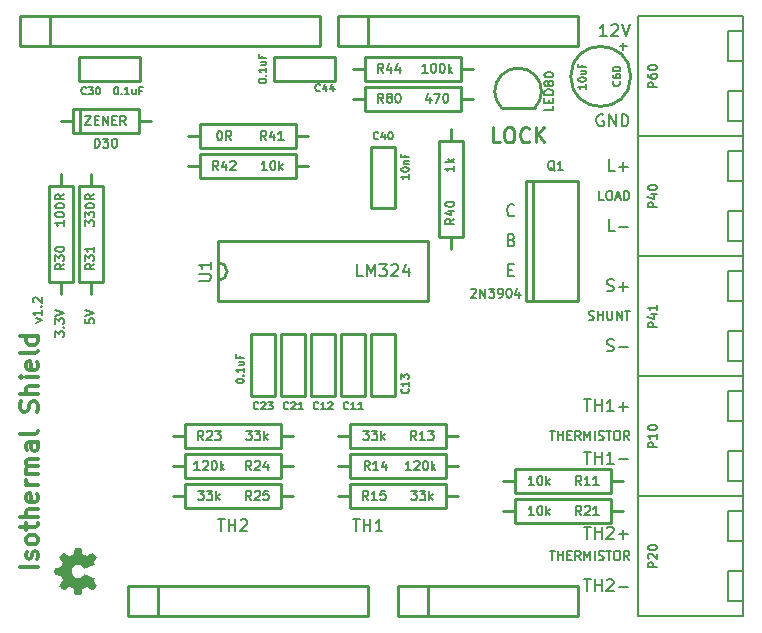
<source format=gto>
G04 (created by PCBNEW (22-Jun-2014 BZR 4027)-stable) date Thu 21 Jun 2018 11:33:33 PM CDT*
%MOIN*%
G04 Gerber Fmt 3.4, Leading zero omitted, Abs format*
%FSLAX34Y34*%
G01*
G70*
G90*
G04 APERTURE LIST*
%ADD10C,0.00590551*%
%ADD11C,0.006*%
%ADD12C,0.008*%
%ADD13C,0.01*%
%ADD14C,0.012*%
%ADD15C,0.0001*%
%ADD16C,0.005*%
G04 APERTURE END LIST*
G54D10*
G54D11*
X86550Y-66321D02*
X86721Y-66321D01*
X86635Y-66621D02*
X86635Y-66321D01*
X86821Y-66621D02*
X86821Y-66321D01*
X86821Y-66464D02*
X86992Y-66464D01*
X86992Y-66621D02*
X86992Y-66321D01*
X87135Y-66464D02*
X87235Y-66464D01*
X87278Y-66621D02*
X87135Y-66621D01*
X87135Y-66321D01*
X87278Y-66321D01*
X87578Y-66621D02*
X87478Y-66478D01*
X87407Y-66621D02*
X87407Y-66321D01*
X87521Y-66321D01*
X87550Y-66335D01*
X87564Y-66350D01*
X87578Y-66378D01*
X87578Y-66421D01*
X87564Y-66450D01*
X87550Y-66464D01*
X87521Y-66478D01*
X87407Y-66478D01*
X87707Y-66621D02*
X87707Y-66321D01*
X87807Y-66535D01*
X87907Y-66321D01*
X87907Y-66621D01*
X88050Y-66621D02*
X88050Y-66321D01*
X88178Y-66607D02*
X88221Y-66621D01*
X88292Y-66621D01*
X88321Y-66607D01*
X88335Y-66592D01*
X88350Y-66564D01*
X88350Y-66535D01*
X88335Y-66507D01*
X88321Y-66492D01*
X88292Y-66478D01*
X88235Y-66464D01*
X88207Y-66450D01*
X88192Y-66435D01*
X88178Y-66407D01*
X88178Y-66378D01*
X88192Y-66350D01*
X88207Y-66335D01*
X88235Y-66321D01*
X88307Y-66321D01*
X88350Y-66335D01*
X88435Y-66321D02*
X88607Y-66321D01*
X88521Y-66621D02*
X88521Y-66321D01*
X88764Y-66321D02*
X88821Y-66321D01*
X88850Y-66335D01*
X88878Y-66364D01*
X88892Y-66421D01*
X88892Y-66521D01*
X88878Y-66578D01*
X88850Y-66607D01*
X88821Y-66621D01*
X88764Y-66621D01*
X88735Y-66607D01*
X88707Y-66578D01*
X88692Y-66521D01*
X88692Y-66421D01*
X88707Y-66364D01*
X88735Y-66335D01*
X88764Y-66321D01*
X89192Y-66621D02*
X89092Y-66478D01*
X89021Y-66621D02*
X89021Y-66321D01*
X89135Y-66321D01*
X89164Y-66335D01*
X89178Y-66350D01*
X89192Y-66378D01*
X89192Y-66421D01*
X89178Y-66450D01*
X89164Y-66464D01*
X89135Y-66478D01*
X89021Y-66478D01*
X86550Y-62321D02*
X86721Y-62321D01*
X86635Y-62621D02*
X86635Y-62321D01*
X86821Y-62621D02*
X86821Y-62321D01*
X86821Y-62464D02*
X86992Y-62464D01*
X86992Y-62621D02*
X86992Y-62321D01*
X87135Y-62464D02*
X87235Y-62464D01*
X87278Y-62621D02*
X87135Y-62621D01*
X87135Y-62321D01*
X87278Y-62321D01*
X87578Y-62621D02*
X87478Y-62478D01*
X87407Y-62621D02*
X87407Y-62321D01*
X87521Y-62321D01*
X87550Y-62335D01*
X87564Y-62350D01*
X87578Y-62378D01*
X87578Y-62421D01*
X87564Y-62450D01*
X87550Y-62464D01*
X87521Y-62478D01*
X87407Y-62478D01*
X87707Y-62621D02*
X87707Y-62321D01*
X87807Y-62535D01*
X87907Y-62321D01*
X87907Y-62621D01*
X88050Y-62621D02*
X88050Y-62321D01*
X88178Y-62607D02*
X88221Y-62621D01*
X88292Y-62621D01*
X88321Y-62607D01*
X88335Y-62592D01*
X88350Y-62564D01*
X88350Y-62535D01*
X88335Y-62507D01*
X88321Y-62492D01*
X88292Y-62478D01*
X88235Y-62464D01*
X88207Y-62450D01*
X88192Y-62435D01*
X88178Y-62407D01*
X88178Y-62378D01*
X88192Y-62350D01*
X88207Y-62335D01*
X88235Y-62321D01*
X88307Y-62321D01*
X88350Y-62335D01*
X88435Y-62321D02*
X88607Y-62321D01*
X88521Y-62621D02*
X88521Y-62321D01*
X88764Y-62321D02*
X88821Y-62321D01*
X88850Y-62335D01*
X88878Y-62364D01*
X88892Y-62421D01*
X88892Y-62521D01*
X88878Y-62578D01*
X88850Y-62607D01*
X88821Y-62621D01*
X88764Y-62621D01*
X88735Y-62607D01*
X88707Y-62578D01*
X88692Y-62521D01*
X88692Y-62421D01*
X88707Y-62364D01*
X88735Y-62335D01*
X88764Y-62321D01*
X89192Y-62621D02*
X89092Y-62478D01*
X89021Y-62621D02*
X89021Y-62321D01*
X89135Y-62321D01*
X89164Y-62335D01*
X89178Y-62350D01*
X89192Y-62378D01*
X89192Y-62421D01*
X89178Y-62450D01*
X89164Y-62464D01*
X89135Y-62478D01*
X89021Y-62478D01*
X87850Y-58607D02*
X87892Y-58621D01*
X87964Y-58621D01*
X87992Y-58607D01*
X88007Y-58592D01*
X88021Y-58564D01*
X88021Y-58535D01*
X88007Y-58507D01*
X87992Y-58492D01*
X87964Y-58478D01*
X87907Y-58464D01*
X87878Y-58450D01*
X87864Y-58435D01*
X87850Y-58407D01*
X87850Y-58378D01*
X87864Y-58350D01*
X87878Y-58335D01*
X87907Y-58321D01*
X87978Y-58321D01*
X88021Y-58335D01*
X88150Y-58621D02*
X88150Y-58321D01*
X88150Y-58464D02*
X88321Y-58464D01*
X88321Y-58621D02*
X88321Y-58321D01*
X88464Y-58321D02*
X88464Y-58564D01*
X88478Y-58592D01*
X88492Y-58607D01*
X88521Y-58621D01*
X88578Y-58621D01*
X88607Y-58607D01*
X88621Y-58592D01*
X88635Y-58564D01*
X88635Y-58321D01*
X88778Y-58621D02*
X88778Y-58321D01*
X88950Y-58621D01*
X88950Y-58321D01*
X89050Y-58321D02*
X89221Y-58321D01*
X89135Y-58621D02*
X89135Y-58321D01*
X88350Y-54621D02*
X88207Y-54621D01*
X88207Y-54321D01*
X88507Y-54321D02*
X88564Y-54321D01*
X88592Y-54335D01*
X88621Y-54364D01*
X88635Y-54421D01*
X88635Y-54521D01*
X88621Y-54578D01*
X88592Y-54607D01*
X88564Y-54621D01*
X88507Y-54621D01*
X88478Y-54607D01*
X88450Y-54578D01*
X88435Y-54521D01*
X88435Y-54421D01*
X88450Y-54364D01*
X88478Y-54335D01*
X88507Y-54321D01*
X88750Y-54535D02*
X88892Y-54535D01*
X88721Y-54621D02*
X88821Y-54321D01*
X88921Y-54621D01*
X89021Y-54621D02*
X89021Y-54321D01*
X89092Y-54321D01*
X89135Y-54335D01*
X89164Y-54364D01*
X89178Y-54392D01*
X89192Y-54450D01*
X89192Y-54492D01*
X89178Y-54550D01*
X89164Y-54578D01*
X89135Y-54607D01*
X89092Y-54621D01*
X89021Y-54621D01*
G54D12*
X75485Y-65261D02*
X75714Y-65261D01*
X75600Y-65661D02*
X75600Y-65261D01*
X75847Y-65661D02*
X75847Y-65261D01*
X75847Y-65452D02*
X76076Y-65452D01*
X76076Y-65661D02*
X76076Y-65261D01*
X76247Y-65300D02*
X76266Y-65280D01*
X76304Y-65261D01*
X76400Y-65261D01*
X76438Y-65280D01*
X76457Y-65300D01*
X76476Y-65338D01*
X76476Y-65376D01*
X76457Y-65433D01*
X76228Y-65661D01*
X76476Y-65661D01*
X79985Y-65261D02*
X80214Y-65261D01*
X80100Y-65661D02*
X80100Y-65261D01*
X80347Y-65661D02*
X80347Y-65261D01*
X80347Y-65452D02*
X80576Y-65452D01*
X80576Y-65661D02*
X80576Y-65261D01*
X80976Y-65661D02*
X80747Y-65661D01*
X80861Y-65661D02*
X80861Y-65261D01*
X80823Y-65319D01*
X80785Y-65357D01*
X80747Y-65376D01*
X87688Y-67261D02*
X87916Y-67261D01*
X87802Y-67661D02*
X87802Y-67261D01*
X88050Y-67661D02*
X88050Y-67261D01*
X88050Y-67452D02*
X88278Y-67452D01*
X88278Y-67661D02*
X88278Y-67261D01*
X88450Y-67300D02*
X88469Y-67280D01*
X88507Y-67261D01*
X88602Y-67261D01*
X88640Y-67280D01*
X88659Y-67300D01*
X88678Y-67338D01*
X88678Y-67376D01*
X88659Y-67433D01*
X88430Y-67661D01*
X88678Y-67661D01*
X88850Y-67509D02*
X89154Y-67509D01*
X87688Y-65511D02*
X87916Y-65511D01*
X87802Y-65911D02*
X87802Y-65511D01*
X88050Y-65911D02*
X88050Y-65511D01*
X88050Y-65702D02*
X88278Y-65702D01*
X88278Y-65911D02*
X88278Y-65511D01*
X88450Y-65550D02*
X88469Y-65530D01*
X88507Y-65511D01*
X88602Y-65511D01*
X88640Y-65530D01*
X88659Y-65550D01*
X88678Y-65588D01*
X88678Y-65626D01*
X88659Y-65683D01*
X88430Y-65911D01*
X88678Y-65911D01*
X88850Y-65759D02*
X89154Y-65759D01*
X89002Y-65911D02*
X89002Y-65607D01*
G54D11*
X71071Y-58578D02*
X71071Y-58721D01*
X71214Y-58735D01*
X71200Y-58721D01*
X71185Y-58692D01*
X71185Y-58621D01*
X71200Y-58592D01*
X71214Y-58578D01*
X71242Y-58564D01*
X71314Y-58564D01*
X71342Y-58578D01*
X71357Y-58592D01*
X71371Y-58621D01*
X71371Y-58692D01*
X71357Y-58721D01*
X71342Y-58735D01*
X71071Y-58478D02*
X71371Y-58378D01*
X71071Y-58278D01*
X70071Y-59178D02*
X70071Y-58992D01*
X70185Y-59092D01*
X70185Y-59049D01*
X70200Y-59021D01*
X70214Y-59007D01*
X70242Y-58992D01*
X70314Y-58992D01*
X70342Y-59007D01*
X70357Y-59021D01*
X70371Y-59049D01*
X70371Y-59135D01*
X70357Y-59164D01*
X70342Y-59178D01*
X70342Y-58864D02*
X70357Y-58850D01*
X70371Y-58864D01*
X70357Y-58878D01*
X70342Y-58864D01*
X70371Y-58864D01*
X70071Y-58750D02*
X70071Y-58564D01*
X70185Y-58664D01*
X70185Y-58621D01*
X70200Y-58592D01*
X70214Y-58578D01*
X70242Y-58564D01*
X70314Y-58564D01*
X70342Y-58578D01*
X70357Y-58592D01*
X70371Y-58621D01*
X70371Y-58707D01*
X70357Y-58735D01*
X70342Y-58750D01*
X70071Y-58478D02*
X70371Y-58378D01*
X70071Y-58278D01*
G54D12*
X85373Y-55123D02*
X85354Y-55142D01*
X85297Y-55161D01*
X85259Y-55161D01*
X85202Y-55142D01*
X85164Y-55104D01*
X85145Y-55066D01*
X85126Y-54990D01*
X85126Y-54933D01*
X85145Y-54857D01*
X85164Y-54819D01*
X85202Y-54780D01*
X85259Y-54761D01*
X85297Y-54761D01*
X85354Y-54780D01*
X85373Y-54800D01*
X85278Y-55952D02*
X85335Y-55971D01*
X85354Y-55990D01*
X85373Y-56028D01*
X85373Y-56085D01*
X85354Y-56123D01*
X85335Y-56142D01*
X85297Y-56161D01*
X85145Y-56161D01*
X85145Y-55761D01*
X85278Y-55761D01*
X85316Y-55780D01*
X85335Y-55800D01*
X85354Y-55838D01*
X85354Y-55876D01*
X85335Y-55914D01*
X85316Y-55933D01*
X85278Y-55952D01*
X85145Y-55952D01*
X85164Y-56952D02*
X85297Y-56952D01*
X85354Y-57161D02*
X85164Y-57161D01*
X85164Y-56761D01*
X85354Y-56761D01*
X88450Y-49161D02*
X88221Y-49161D01*
X88335Y-49161D02*
X88335Y-48761D01*
X88297Y-48819D01*
X88259Y-48857D01*
X88221Y-48876D01*
X88602Y-48800D02*
X88621Y-48780D01*
X88659Y-48761D01*
X88754Y-48761D01*
X88792Y-48780D01*
X88811Y-48800D01*
X88830Y-48838D01*
X88830Y-48876D01*
X88811Y-48933D01*
X88583Y-49161D01*
X88830Y-49161D01*
X88945Y-48761D02*
X89078Y-49161D01*
X89211Y-48761D01*
X88335Y-51780D02*
X88297Y-51761D01*
X88240Y-51761D01*
X88183Y-51780D01*
X88145Y-51819D01*
X88126Y-51857D01*
X88107Y-51933D01*
X88107Y-51990D01*
X88126Y-52066D01*
X88145Y-52104D01*
X88183Y-52142D01*
X88240Y-52161D01*
X88278Y-52161D01*
X88335Y-52142D01*
X88354Y-52123D01*
X88354Y-51990D01*
X88278Y-51990D01*
X88526Y-52161D02*
X88526Y-51761D01*
X88754Y-52161D01*
X88754Y-51761D01*
X88945Y-52161D02*
X88945Y-51761D01*
X89040Y-51761D01*
X89097Y-51780D01*
X89135Y-51819D01*
X89154Y-51857D01*
X89173Y-51933D01*
X89173Y-51990D01*
X89154Y-52066D01*
X89135Y-52104D01*
X89097Y-52142D01*
X89040Y-52161D01*
X88945Y-52161D01*
X88716Y-53661D02*
X88526Y-53661D01*
X88526Y-53261D01*
X88850Y-53509D02*
X89154Y-53509D01*
X89002Y-53661D02*
X89002Y-53357D01*
X88716Y-55661D02*
X88526Y-55661D01*
X88526Y-55261D01*
X88850Y-55509D02*
X89154Y-55509D01*
X88450Y-57642D02*
X88507Y-57661D01*
X88602Y-57661D01*
X88640Y-57642D01*
X88659Y-57623D01*
X88678Y-57585D01*
X88678Y-57547D01*
X88659Y-57509D01*
X88640Y-57490D01*
X88602Y-57471D01*
X88526Y-57452D01*
X88488Y-57433D01*
X88469Y-57414D01*
X88450Y-57376D01*
X88450Y-57338D01*
X88469Y-57300D01*
X88488Y-57280D01*
X88526Y-57261D01*
X88621Y-57261D01*
X88678Y-57280D01*
X88850Y-57509D02*
X89154Y-57509D01*
X89002Y-57661D02*
X89002Y-57357D01*
X88450Y-59642D02*
X88507Y-59661D01*
X88602Y-59661D01*
X88640Y-59642D01*
X88659Y-59623D01*
X88678Y-59585D01*
X88678Y-59547D01*
X88659Y-59509D01*
X88640Y-59490D01*
X88602Y-59471D01*
X88526Y-59452D01*
X88488Y-59433D01*
X88469Y-59414D01*
X88450Y-59376D01*
X88450Y-59338D01*
X88469Y-59300D01*
X88488Y-59280D01*
X88526Y-59261D01*
X88621Y-59261D01*
X88678Y-59280D01*
X88850Y-59509D02*
X89154Y-59509D01*
X87688Y-63011D02*
X87916Y-63011D01*
X87802Y-63411D02*
X87802Y-63011D01*
X88050Y-63411D02*
X88050Y-63011D01*
X88050Y-63202D02*
X88278Y-63202D01*
X88278Y-63411D02*
X88278Y-63011D01*
X88678Y-63411D02*
X88450Y-63411D01*
X88564Y-63411D02*
X88564Y-63011D01*
X88526Y-63069D01*
X88488Y-63107D01*
X88450Y-63126D01*
X88850Y-63259D02*
X89154Y-63259D01*
X87688Y-61261D02*
X87916Y-61261D01*
X87802Y-61661D02*
X87802Y-61261D01*
X88050Y-61661D02*
X88050Y-61261D01*
X88050Y-61452D02*
X88278Y-61452D01*
X88278Y-61661D02*
X88278Y-61261D01*
X88678Y-61661D02*
X88450Y-61661D01*
X88564Y-61661D02*
X88564Y-61261D01*
X88526Y-61319D01*
X88488Y-61357D01*
X88450Y-61376D01*
X88850Y-61509D02*
X89154Y-61509D01*
X89002Y-61661D02*
X89002Y-61357D01*
G54D11*
X69421Y-58707D02*
X69621Y-58635D01*
X69421Y-58564D01*
X69621Y-58292D02*
X69621Y-58464D01*
X69621Y-58378D02*
X69321Y-58378D01*
X69364Y-58407D01*
X69392Y-58435D01*
X69407Y-58464D01*
X69592Y-58164D02*
X69607Y-58150D01*
X69621Y-58164D01*
X69607Y-58178D01*
X69592Y-58164D01*
X69621Y-58164D01*
X69350Y-58035D02*
X69335Y-58021D01*
X69321Y-57992D01*
X69321Y-57921D01*
X69335Y-57892D01*
X69350Y-57878D01*
X69378Y-57864D01*
X69407Y-57864D01*
X69450Y-57878D01*
X69621Y-58050D01*
X69621Y-57864D01*
G54D13*
X84892Y-52702D02*
X84654Y-52702D01*
X84654Y-52202D01*
X85154Y-52202D02*
X85250Y-52202D01*
X85297Y-52226D01*
X85345Y-52273D01*
X85369Y-52369D01*
X85369Y-52535D01*
X85345Y-52630D01*
X85297Y-52678D01*
X85250Y-52702D01*
X85154Y-52702D01*
X85107Y-52678D01*
X85059Y-52630D01*
X85035Y-52535D01*
X85035Y-52369D01*
X85059Y-52273D01*
X85107Y-52226D01*
X85154Y-52202D01*
X85869Y-52654D02*
X85845Y-52678D01*
X85773Y-52702D01*
X85726Y-52702D01*
X85654Y-52678D01*
X85607Y-52630D01*
X85583Y-52583D01*
X85559Y-52488D01*
X85559Y-52416D01*
X85583Y-52321D01*
X85607Y-52273D01*
X85654Y-52226D01*
X85726Y-52202D01*
X85773Y-52202D01*
X85845Y-52226D01*
X85869Y-52250D01*
X86083Y-52702D02*
X86083Y-52202D01*
X86369Y-52702D02*
X86154Y-52416D01*
X86369Y-52202D02*
X86083Y-52488D01*
G54D14*
X69492Y-66842D02*
X68892Y-66842D01*
X69464Y-66585D02*
X69492Y-66528D01*
X69492Y-66414D01*
X69464Y-66357D01*
X69407Y-66328D01*
X69378Y-66328D01*
X69321Y-66357D01*
X69292Y-66414D01*
X69292Y-66500D01*
X69264Y-66557D01*
X69207Y-66585D01*
X69178Y-66585D01*
X69121Y-66557D01*
X69092Y-66500D01*
X69092Y-66414D01*
X69121Y-66357D01*
X69492Y-65985D02*
X69464Y-66042D01*
X69435Y-66071D01*
X69378Y-66100D01*
X69207Y-66100D01*
X69150Y-66071D01*
X69121Y-66042D01*
X69092Y-65985D01*
X69092Y-65900D01*
X69121Y-65842D01*
X69150Y-65814D01*
X69207Y-65785D01*
X69378Y-65785D01*
X69435Y-65814D01*
X69464Y-65842D01*
X69492Y-65900D01*
X69492Y-65985D01*
X69092Y-65614D02*
X69092Y-65385D01*
X68892Y-65528D02*
X69407Y-65528D01*
X69464Y-65500D01*
X69492Y-65442D01*
X69492Y-65385D01*
X69492Y-65185D02*
X68892Y-65185D01*
X69492Y-64928D02*
X69178Y-64928D01*
X69121Y-64957D01*
X69092Y-65014D01*
X69092Y-65100D01*
X69121Y-65157D01*
X69150Y-65185D01*
X69464Y-64414D02*
X69492Y-64471D01*
X69492Y-64585D01*
X69464Y-64642D01*
X69407Y-64671D01*
X69178Y-64671D01*
X69121Y-64642D01*
X69092Y-64585D01*
X69092Y-64471D01*
X69121Y-64414D01*
X69178Y-64385D01*
X69235Y-64385D01*
X69292Y-64671D01*
X69492Y-64128D02*
X69092Y-64128D01*
X69207Y-64128D02*
X69150Y-64100D01*
X69121Y-64071D01*
X69092Y-64014D01*
X69092Y-63957D01*
X69492Y-63757D02*
X69092Y-63757D01*
X69150Y-63757D02*
X69121Y-63728D01*
X69092Y-63671D01*
X69092Y-63585D01*
X69121Y-63528D01*
X69178Y-63500D01*
X69492Y-63500D01*
X69178Y-63500D02*
X69121Y-63471D01*
X69092Y-63414D01*
X69092Y-63328D01*
X69121Y-63271D01*
X69178Y-63242D01*
X69492Y-63242D01*
X69492Y-62700D02*
X69178Y-62700D01*
X69121Y-62728D01*
X69092Y-62785D01*
X69092Y-62900D01*
X69121Y-62957D01*
X69464Y-62700D02*
X69492Y-62757D01*
X69492Y-62900D01*
X69464Y-62957D01*
X69407Y-62985D01*
X69350Y-62985D01*
X69292Y-62957D01*
X69264Y-62900D01*
X69264Y-62757D01*
X69235Y-62700D01*
X69492Y-62328D02*
X69464Y-62385D01*
X69407Y-62414D01*
X68892Y-62414D01*
X69464Y-61671D02*
X69492Y-61585D01*
X69492Y-61442D01*
X69464Y-61385D01*
X69435Y-61357D01*
X69378Y-61328D01*
X69321Y-61328D01*
X69264Y-61357D01*
X69235Y-61385D01*
X69207Y-61442D01*
X69178Y-61557D01*
X69150Y-61614D01*
X69121Y-61642D01*
X69064Y-61671D01*
X69007Y-61671D01*
X68950Y-61642D01*
X68921Y-61614D01*
X68892Y-61557D01*
X68892Y-61414D01*
X68921Y-61328D01*
X69492Y-61071D02*
X68892Y-61071D01*
X69492Y-60814D02*
X69178Y-60814D01*
X69121Y-60842D01*
X69092Y-60899D01*
X69092Y-60985D01*
X69121Y-61042D01*
X69150Y-61071D01*
X69492Y-60528D02*
X69092Y-60528D01*
X68892Y-60528D02*
X68921Y-60557D01*
X68950Y-60528D01*
X68921Y-60499D01*
X68892Y-60528D01*
X68950Y-60528D01*
X69464Y-60014D02*
X69492Y-60071D01*
X69492Y-60185D01*
X69464Y-60242D01*
X69407Y-60271D01*
X69178Y-60271D01*
X69121Y-60242D01*
X69092Y-60185D01*
X69092Y-60071D01*
X69121Y-60014D01*
X69178Y-59985D01*
X69235Y-59985D01*
X69292Y-60271D01*
X69492Y-59642D02*
X69464Y-59699D01*
X69407Y-59728D01*
X68892Y-59728D01*
X69492Y-59157D02*
X68892Y-59157D01*
X69464Y-59157D02*
X69492Y-59214D01*
X69492Y-59328D01*
X69464Y-59385D01*
X69435Y-59414D01*
X69378Y-59442D01*
X69207Y-59442D01*
X69150Y-59414D01*
X69121Y-59385D01*
X69092Y-59328D01*
X69092Y-59214D01*
X69121Y-59157D01*
G54D13*
X89250Y-50500D02*
G75*
G03X89250Y-50500I-1000J0D01*
G74*
G01*
X79500Y-58000D02*
X82500Y-58000D01*
X79500Y-56000D02*
X82500Y-56000D01*
X75800Y-57000D02*
G75*
G03X75500Y-56700I-300J0D01*
G74*
G01*
X75500Y-57300D02*
G75*
G03X75800Y-57000I0J300D01*
G74*
G01*
X75500Y-56000D02*
X79500Y-56000D01*
X82500Y-56000D02*
X82500Y-58000D01*
X79500Y-58000D02*
X75500Y-58000D01*
X75500Y-58000D02*
X75500Y-56000D01*
X70850Y-50650D02*
X72900Y-50650D01*
X70850Y-49850D02*
X72900Y-49850D01*
X72900Y-49850D02*
X72900Y-50650D01*
X70850Y-50650D02*
X70850Y-49850D01*
X76600Y-59100D02*
X76600Y-61150D01*
X77400Y-59100D02*
X77400Y-61150D01*
X77400Y-61150D02*
X76600Y-61150D01*
X76600Y-59100D02*
X77400Y-59100D01*
X77600Y-59100D02*
X77600Y-61150D01*
X78400Y-59100D02*
X78400Y-61150D01*
X78400Y-61150D02*
X77600Y-61150D01*
X77600Y-59100D02*
X78400Y-59100D01*
X81400Y-54900D02*
X81400Y-52850D01*
X80600Y-54900D02*
X80600Y-52850D01*
X80600Y-52850D02*
X81400Y-52850D01*
X81400Y-54900D02*
X80600Y-54900D01*
X80600Y-59100D02*
X80600Y-61150D01*
X81400Y-59100D02*
X81400Y-61150D01*
X81400Y-61150D02*
X80600Y-61150D01*
X80600Y-59100D02*
X81400Y-59100D01*
X79600Y-59100D02*
X79600Y-61150D01*
X80400Y-59100D02*
X80400Y-61150D01*
X80400Y-61150D02*
X79600Y-61150D01*
X79600Y-59100D02*
X80400Y-59100D01*
X78600Y-59100D02*
X78600Y-61150D01*
X79400Y-59100D02*
X79400Y-61150D01*
X79400Y-61150D02*
X78600Y-61150D01*
X78600Y-59100D02*
X79400Y-59100D01*
X72500Y-68500D02*
X80500Y-68500D01*
X72500Y-67500D02*
X80500Y-67500D01*
X73500Y-67500D02*
X73500Y-68500D01*
X80500Y-67500D02*
X80500Y-68500D01*
X72500Y-68500D02*
X72500Y-67500D01*
X79500Y-49500D02*
X87500Y-49500D01*
X79500Y-48500D02*
X87500Y-48500D01*
X80500Y-48500D02*
X80500Y-49500D01*
X87500Y-48500D02*
X87500Y-49500D01*
X79500Y-49500D02*
X79500Y-48500D01*
X81500Y-68500D02*
X87500Y-68500D01*
X81500Y-67500D02*
X87500Y-67500D01*
X82500Y-67500D02*
X82500Y-68500D01*
X87500Y-67500D02*
X87500Y-68500D01*
X81500Y-68500D02*
X81500Y-67500D01*
X68900Y-49500D02*
X78900Y-49500D01*
X68900Y-48500D02*
X78900Y-48500D01*
X69900Y-48500D02*
X69900Y-49500D01*
X78900Y-48500D02*
X78900Y-49500D01*
X68900Y-49500D02*
X68900Y-48500D01*
X86051Y-51551D02*
X84948Y-51551D01*
X84948Y-50448D02*
G75*
G03X84948Y-51551I551J-551D01*
G74*
G01*
X86051Y-50448D02*
G75*
G03X84948Y-50448I-551J-551D01*
G74*
G01*
X86051Y-51551D02*
G75*
G03X86051Y-50448I-551J551D01*
G74*
G01*
G54D15*
G36*
X71457Y-67477D02*
X71453Y-67469D01*
X71441Y-67450D01*
X71424Y-67424D01*
X71403Y-67393D01*
X71382Y-67362D01*
X71365Y-67336D01*
X71353Y-67318D01*
X71349Y-67311D01*
X71350Y-67307D01*
X71358Y-67292D01*
X71369Y-67270D01*
X71375Y-67258D01*
X71384Y-67238D01*
X71386Y-67228D01*
X71383Y-67227D01*
X71368Y-67219D01*
X71342Y-67208D01*
X71308Y-67193D01*
X71268Y-67176D01*
X71225Y-67158D01*
X71181Y-67140D01*
X71139Y-67122D01*
X71101Y-67107D01*
X71071Y-67094D01*
X71049Y-67086D01*
X71040Y-67083D01*
X71038Y-67084D01*
X71029Y-67094D01*
X71016Y-67111D01*
X70985Y-67149D01*
X70939Y-67185D01*
X70887Y-67208D01*
X70829Y-67215D01*
X70776Y-67209D01*
X70725Y-67188D01*
X70678Y-67152D01*
X70644Y-67108D01*
X70622Y-67057D01*
X70615Y-67000D01*
X70621Y-66945D01*
X70642Y-66893D01*
X70677Y-66846D01*
X70700Y-66827D01*
X70747Y-66800D01*
X70797Y-66784D01*
X70809Y-66783D01*
X70865Y-66785D01*
X70918Y-66801D01*
X70965Y-66830D01*
X71004Y-66871D01*
X71008Y-66876D01*
X71022Y-66895D01*
X71031Y-66907D01*
X71039Y-66917D01*
X71209Y-66847D01*
X71236Y-66836D01*
X71282Y-66816D01*
X71322Y-66799D01*
X71354Y-66786D01*
X71375Y-66776D01*
X71384Y-66772D01*
X71384Y-66772D01*
X71385Y-66766D01*
X71380Y-66753D01*
X71369Y-66729D01*
X71361Y-66713D01*
X71352Y-66695D01*
X71349Y-66687D01*
X71353Y-66680D01*
X71364Y-66663D01*
X71381Y-66638D01*
X71401Y-66608D01*
X71421Y-66579D01*
X71439Y-66552D01*
X71451Y-66533D01*
X71456Y-66523D01*
X71456Y-66522D01*
X71451Y-66514D01*
X71439Y-66498D01*
X71417Y-66475D01*
X71385Y-66443D01*
X71380Y-66438D01*
X71352Y-66411D01*
X71329Y-66389D01*
X71313Y-66374D01*
X71306Y-66369D01*
X71306Y-66369D01*
X71296Y-66374D01*
X71277Y-66386D01*
X71250Y-66404D01*
X71219Y-66425D01*
X71137Y-66481D01*
X71060Y-66450D01*
X71037Y-66441D01*
X71008Y-66429D01*
X70988Y-66420D01*
X70979Y-66415D01*
X70976Y-66407D01*
X70971Y-66386D01*
X70964Y-66355D01*
X70958Y-66319D01*
X70951Y-66284D01*
X70945Y-66253D01*
X70941Y-66230D01*
X70939Y-66220D01*
X70937Y-66218D01*
X70932Y-66216D01*
X70922Y-66214D01*
X70903Y-66214D01*
X70873Y-66213D01*
X70829Y-66213D01*
X70825Y-66213D01*
X70783Y-66214D01*
X70750Y-66214D01*
X70729Y-66215D01*
X70721Y-66217D01*
X70721Y-66217D01*
X70718Y-66227D01*
X70714Y-66249D01*
X70707Y-66280D01*
X70700Y-66318D01*
X70700Y-66320D01*
X70693Y-66357D01*
X70686Y-66388D01*
X70681Y-66410D01*
X70678Y-66419D01*
X70676Y-66421D01*
X70661Y-66429D01*
X70638Y-66440D01*
X70610Y-66452D01*
X70581Y-66464D01*
X70554Y-66475D01*
X70535Y-66482D01*
X70526Y-66484D01*
X70526Y-66484D01*
X70517Y-66478D01*
X70497Y-66465D01*
X70471Y-66447D01*
X70439Y-66425D01*
X70436Y-66424D01*
X70405Y-66402D01*
X70378Y-66385D01*
X70359Y-66373D01*
X70351Y-66369D01*
X70350Y-66369D01*
X70341Y-66376D01*
X70323Y-66392D01*
X70299Y-66415D01*
X70271Y-66443D01*
X70263Y-66452D01*
X70233Y-66482D01*
X70213Y-66503D01*
X70203Y-66517D01*
X70200Y-66523D01*
X70201Y-66523D01*
X70206Y-66533D01*
X70219Y-66553D01*
X70238Y-66580D01*
X70259Y-66612D01*
X70261Y-66614D01*
X70282Y-66645D01*
X70300Y-66671D01*
X70312Y-66690D01*
X70317Y-66698D01*
X70317Y-66700D01*
X70313Y-66712D01*
X70306Y-66735D01*
X70295Y-66762D01*
X70283Y-66791D01*
X70272Y-66818D01*
X70263Y-66838D01*
X70258Y-66847D01*
X70257Y-66847D01*
X70246Y-66851D01*
X70222Y-66856D01*
X70190Y-66863D01*
X70151Y-66870D01*
X70145Y-66871D01*
X70108Y-66878D01*
X70077Y-66884D01*
X70055Y-66889D01*
X70046Y-66891D01*
X70045Y-66896D01*
X70044Y-66915D01*
X70043Y-66943D01*
X70043Y-66977D01*
X70043Y-67012D01*
X70044Y-67046D01*
X70045Y-67076D01*
X70046Y-67097D01*
X70048Y-67106D01*
X70049Y-67107D01*
X70060Y-67110D01*
X70084Y-67115D01*
X70116Y-67122D01*
X70155Y-67129D01*
X70162Y-67130D01*
X70199Y-67137D01*
X70230Y-67144D01*
X70251Y-67148D01*
X70259Y-67151D01*
X70261Y-67154D01*
X70268Y-67169D01*
X70278Y-67194D01*
X70291Y-67226D01*
X70320Y-67298D01*
X70259Y-67386D01*
X70254Y-67394D01*
X70232Y-67426D01*
X70215Y-67452D01*
X70203Y-67470D01*
X70199Y-67478D01*
X70199Y-67478D01*
X70207Y-67487D01*
X70223Y-67505D01*
X70247Y-67529D01*
X70274Y-67556D01*
X70295Y-67577D01*
X70320Y-67601D01*
X70336Y-67617D01*
X70347Y-67625D01*
X70354Y-67628D01*
X70358Y-67627D01*
X70367Y-67622D01*
X70386Y-67609D01*
X70413Y-67591D01*
X70444Y-67569D01*
X70471Y-67551D01*
X70500Y-67532D01*
X70521Y-67520D01*
X70532Y-67515D01*
X70536Y-67516D01*
X70553Y-67523D01*
X70580Y-67533D01*
X70611Y-67546D01*
X70681Y-67577D01*
X70689Y-67623D01*
X70695Y-67651D01*
X70702Y-67690D01*
X70709Y-67727D01*
X70721Y-67785D01*
X70933Y-67787D01*
X70937Y-67778D01*
X70940Y-67769D01*
X70944Y-67748D01*
X70950Y-67717D01*
X70957Y-67681D01*
X70963Y-67650D01*
X70969Y-67619D01*
X70973Y-67597D01*
X70975Y-67587D01*
X70979Y-67584D01*
X70994Y-67576D01*
X71018Y-67565D01*
X71047Y-67553D01*
X71076Y-67541D01*
X71104Y-67530D01*
X71125Y-67522D01*
X71136Y-67519D01*
X71144Y-67523D01*
X71162Y-67535D01*
X71188Y-67552D01*
X71219Y-67573D01*
X71250Y-67595D01*
X71277Y-67612D01*
X71296Y-67625D01*
X71304Y-67630D01*
X71310Y-67627D01*
X71325Y-67615D01*
X71349Y-67592D01*
X71384Y-67557D01*
X71389Y-67551D01*
X71416Y-67524D01*
X71437Y-67500D01*
X71452Y-67484D01*
X71457Y-67477D01*
X71457Y-67477D01*
G37*
G54D10*
X93000Y-50000D02*
X92500Y-50000D01*
X92500Y-50000D02*
X92500Y-49000D01*
X92500Y-49000D02*
X93000Y-49000D01*
X93000Y-52000D02*
X92500Y-52000D01*
X92500Y-52000D02*
X92500Y-51000D01*
X92500Y-51000D02*
X93000Y-51000D01*
X89500Y-52500D02*
X93000Y-52500D01*
X93000Y-52500D02*
X93000Y-48500D01*
X93000Y-48500D02*
X89500Y-48500D01*
X89500Y-48500D02*
X89500Y-52500D01*
X93000Y-54000D02*
X92500Y-54000D01*
X92500Y-54000D02*
X92500Y-53000D01*
X92500Y-53000D02*
X93000Y-53000D01*
X93000Y-56000D02*
X92500Y-56000D01*
X92500Y-56000D02*
X92500Y-55000D01*
X92500Y-55000D02*
X93000Y-55000D01*
X89500Y-56500D02*
X93000Y-56500D01*
X93000Y-56500D02*
X93000Y-52500D01*
X93000Y-52500D02*
X89500Y-52500D01*
X89500Y-52500D02*
X89500Y-56500D01*
X93000Y-58000D02*
X92500Y-58000D01*
X92500Y-58000D02*
X92500Y-57000D01*
X92500Y-57000D02*
X93000Y-57000D01*
X93000Y-60000D02*
X92500Y-60000D01*
X92500Y-60000D02*
X92500Y-59000D01*
X92500Y-59000D02*
X93000Y-59000D01*
X89500Y-60500D02*
X93000Y-60500D01*
X93000Y-60500D02*
X93000Y-56500D01*
X93000Y-56500D02*
X89500Y-56500D01*
X89500Y-56500D02*
X89500Y-60500D01*
X93000Y-62000D02*
X92500Y-62000D01*
X92500Y-62000D02*
X92500Y-61000D01*
X92500Y-61000D02*
X93000Y-61000D01*
X93000Y-64000D02*
X92500Y-64000D01*
X92500Y-64000D02*
X92500Y-63000D01*
X92500Y-63000D02*
X93000Y-63000D01*
X89500Y-64500D02*
X93000Y-64500D01*
X93000Y-64500D02*
X93000Y-60500D01*
X93000Y-60500D02*
X89500Y-60500D01*
X89500Y-60500D02*
X89500Y-64500D01*
G54D13*
X74500Y-53500D02*
X74900Y-53500D01*
X74900Y-53500D02*
X74900Y-53100D01*
X74900Y-53100D02*
X78100Y-53100D01*
X78100Y-53100D02*
X78100Y-53900D01*
X78100Y-53900D02*
X74900Y-53900D01*
X74900Y-53900D02*
X74900Y-53500D01*
X78500Y-53500D02*
X78100Y-53500D01*
X71250Y-57750D02*
X71250Y-57350D01*
X71250Y-57350D02*
X70850Y-57350D01*
X70850Y-57350D02*
X70850Y-54150D01*
X70850Y-54150D02*
X71650Y-54150D01*
X71650Y-54150D02*
X71650Y-57350D01*
X71650Y-57350D02*
X71250Y-57350D01*
X71250Y-53750D02*
X71250Y-54150D01*
X80000Y-50250D02*
X80400Y-50250D01*
X80400Y-50250D02*
X80400Y-49850D01*
X80400Y-49850D02*
X83600Y-49850D01*
X83600Y-49850D02*
X83600Y-50650D01*
X83600Y-50650D02*
X80400Y-50650D01*
X80400Y-50650D02*
X80400Y-50250D01*
X84000Y-50250D02*
X83600Y-50250D01*
X72850Y-52000D02*
X73250Y-52000D01*
X70650Y-52000D02*
X70250Y-52000D01*
X72850Y-51600D02*
X70650Y-51600D01*
X70650Y-52400D02*
X72850Y-52400D01*
X70900Y-52400D02*
X70900Y-51600D01*
X70650Y-52000D02*
X70650Y-52400D01*
X72850Y-52400D02*
X72850Y-52000D01*
X72850Y-52000D02*
X72850Y-51600D01*
X70650Y-51600D02*
X70650Y-52000D01*
X79500Y-63500D02*
X79900Y-63500D01*
X79900Y-63500D02*
X79900Y-63100D01*
X79900Y-63100D02*
X83100Y-63100D01*
X83100Y-63100D02*
X83100Y-63900D01*
X83100Y-63900D02*
X79900Y-63900D01*
X79900Y-63900D02*
X79900Y-63500D01*
X83500Y-63500D02*
X83100Y-63500D01*
X83500Y-62500D02*
X83100Y-62500D01*
X83100Y-62500D02*
X83100Y-62900D01*
X83100Y-62900D02*
X79900Y-62900D01*
X79900Y-62900D02*
X79900Y-62100D01*
X79900Y-62100D02*
X83100Y-62100D01*
X83100Y-62100D02*
X83100Y-62500D01*
X79500Y-62500D02*
X79900Y-62500D01*
X79500Y-64500D02*
X79900Y-64500D01*
X79900Y-64500D02*
X79900Y-64100D01*
X79900Y-64100D02*
X83100Y-64100D01*
X83100Y-64100D02*
X83100Y-64900D01*
X83100Y-64900D02*
X79900Y-64900D01*
X79900Y-64900D02*
X79900Y-64500D01*
X83500Y-64500D02*
X83100Y-64500D01*
X89000Y-64000D02*
X88600Y-64000D01*
X88600Y-64000D02*
X88600Y-64400D01*
X88600Y-64400D02*
X85400Y-64400D01*
X85400Y-64400D02*
X85400Y-63600D01*
X85400Y-63600D02*
X88600Y-63600D01*
X88600Y-63600D02*
X88600Y-64000D01*
X85000Y-64000D02*
X85400Y-64000D01*
X78000Y-63500D02*
X77600Y-63500D01*
X77600Y-63500D02*
X77600Y-63900D01*
X77600Y-63900D02*
X74400Y-63900D01*
X74400Y-63900D02*
X74400Y-63100D01*
X74400Y-63100D02*
X77600Y-63100D01*
X77600Y-63100D02*
X77600Y-63500D01*
X74000Y-63500D02*
X74400Y-63500D01*
X74000Y-62500D02*
X74400Y-62500D01*
X74400Y-62500D02*
X74400Y-62100D01*
X74400Y-62100D02*
X77600Y-62100D01*
X77600Y-62100D02*
X77600Y-62900D01*
X77600Y-62900D02*
X74400Y-62900D01*
X74400Y-62900D02*
X74400Y-62500D01*
X78000Y-62500D02*
X77600Y-62500D01*
X78000Y-64500D02*
X77600Y-64500D01*
X77600Y-64500D02*
X77600Y-64900D01*
X77600Y-64900D02*
X74400Y-64900D01*
X74400Y-64900D02*
X74400Y-64100D01*
X74400Y-64100D02*
X77600Y-64100D01*
X77600Y-64100D02*
X77600Y-64500D01*
X74000Y-64500D02*
X74400Y-64500D01*
X89000Y-65000D02*
X88600Y-65000D01*
X88600Y-65000D02*
X88600Y-65400D01*
X88600Y-65400D02*
X85400Y-65400D01*
X85400Y-65400D02*
X85400Y-64600D01*
X85400Y-64600D02*
X88600Y-64600D01*
X88600Y-64600D02*
X88600Y-65000D01*
X85000Y-65000D02*
X85400Y-65000D01*
X83250Y-56250D02*
X83250Y-55850D01*
X83250Y-55850D02*
X82850Y-55850D01*
X82850Y-55850D02*
X82850Y-52650D01*
X82850Y-52650D02*
X83650Y-52650D01*
X83650Y-52650D02*
X83650Y-55850D01*
X83650Y-55850D02*
X83250Y-55850D01*
X83250Y-52250D02*
X83250Y-52650D01*
X80000Y-51250D02*
X80400Y-51250D01*
X80400Y-51250D02*
X80400Y-50850D01*
X80400Y-50850D02*
X83600Y-50850D01*
X83600Y-50850D02*
X83600Y-51650D01*
X83600Y-51650D02*
X80400Y-51650D01*
X80400Y-51650D02*
X80400Y-51250D01*
X84000Y-51250D02*
X83600Y-51250D01*
X70250Y-57750D02*
X70250Y-57350D01*
X70250Y-57350D02*
X69850Y-57350D01*
X69850Y-57350D02*
X69850Y-54150D01*
X69850Y-54150D02*
X70650Y-54150D01*
X70650Y-54150D02*
X70650Y-57350D01*
X70650Y-57350D02*
X70250Y-57350D01*
X70250Y-53750D02*
X70250Y-54150D01*
X78500Y-52500D02*
X78100Y-52500D01*
X78100Y-52500D02*
X78100Y-52900D01*
X78100Y-52900D02*
X74900Y-52900D01*
X74900Y-52900D02*
X74900Y-52100D01*
X74900Y-52100D02*
X78100Y-52100D01*
X78100Y-52100D02*
X78100Y-52500D01*
X74500Y-52500D02*
X74900Y-52500D01*
X79400Y-49850D02*
X77350Y-49850D01*
X79400Y-50650D02*
X77350Y-50650D01*
X77350Y-50650D02*
X77350Y-49850D01*
X79400Y-49850D02*
X79400Y-50650D01*
X86000Y-58000D02*
X85750Y-58000D01*
X85750Y-58000D02*
X85750Y-54000D01*
X85750Y-54000D02*
X86000Y-54000D01*
X87500Y-58000D02*
X86000Y-58000D01*
X86000Y-58000D02*
X86000Y-54000D01*
X86000Y-54000D02*
X87500Y-54000D01*
X87500Y-54000D02*
X87500Y-58000D01*
G54D10*
X93000Y-66000D02*
X92500Y-66000D01*
X92500Y-66000D02*
X92500Y-65000D01*
X92500Y-65000D02*
X93000Y-65000D01*
X93000Y-68000D02*
X92500Y-68000D01*
X92500Y-68000D02*
X92500Y-67000D01*
X92500Y-67000D02*
X93000Y-67000D01*
X89500Y-68500D02*
X93000Y-68500D01*
X93000Y-68500D02*
X93000Y-64500D01*
X93000Y-64500D02*
X89500Y-64500D01*
X89500Y-64500D02*
X89500Y-68500D01*
G54D16*
X88877Y-50660D02*
X88889Y-50672D01*
X88901Y-50708D01*
X88901Y-50732D01*
X88889Y-50767D01*
X88865Y-50791D01*
X88841Y-50803D01*
X88794Y-50815D01*
X88758Y-50815D01*
X88710Y-50803D01*
X88686Y-50791D01*
X88663Y-50767D01*
X88651Y-50732D01*
X88651Y-50708D01*
X88663Y-50672D01*
X88675Y-50660D01*
X88651Y-50446D02*
X88651Y-50494D01*
X88663Y-50517D01*
X88675Y-50529D01*
X88710Y-50553D01*
X88758Y-50565D01*
X88853Y-50565D01*
X88877Y-50553D01*
X88889Y-50541D01*
X88901Y-50517D01*
X88901Y-50470D01*
X88889Y-50446D01*
X88877Y-50434D01*
X88853Y-50422D01*
X88794Y-50422D01*
X88770Y-50434D01*
X88758Y-50446D01*
X88746Y-50470D01*
X88746Y-50517D01*
X88758Y-50541D01*
X88770Y-50553D01*
X88794Y-50565D01*
X88651Y-50267D02*
X88651Y-50244D01*
X88663Y-50220D01*
X88675Y-50208D01*
X88698Y-50196D01*
X88746Y-50184D01*
X88805Y-50184D01*
X88853Y-50196D01*
X88877Y-50208D01*
X88889Y-50220D01*
X88901Y-50244D01*
X88901Y-50267D01*
X88889Y-50291D01*
X88877Y-50303D01*
X88853Y-50315D01*
X88805Y-50327D01*
X88746Y-50327D01*
X88698Y-50315D01*
X88675Y-50303D01*
X88663Y-50291D01*
X88651Y-50267D01*
X87751Y-50767D02*
X87751Y-50910D01*
X87751Y-50839D02*
X87501Y-50839D01*
X87536Y-50863D01*
X87560Y-50886D01*
X87572Y-50910D01*
X87501Y-50613D02*
X87501Y-50589D01*
X87513Y-50565D01*
X87525Y-50553D01*
X87548Y-50541D01*
X87596Y-50529D01*
X87655Y-50529D01*
X87703Y-50541D01*
X87727Y-50553D01*
X87739Y-50565D01*
X87751Y-50589D01*
X87751Y-50613D01*
X87739Y-50636D01*
X87727Y-50648D01*
X87703Y-50660D01*
X87655Y-50672D01*
X87596Y-50672D01*
X87548Y-50660D01*
X87525Y-50648D01*
X87513Y-50636D01*
X87501Y-50613D01*
X87584Y-50315D02*
X87751Y-50315D01*
X87584Y-50422D02*
X87715Y-50422D01*
X87739Y-50410D01*
X87751Y-50386D01*
X87751Y-50351D01*
X87739Y-50327D01*
X87727Y-50315D01*
X87620Y-50113D02*
X87620Y-50196D01*
X87751Y-50196D02*
X87501Y-50196D01*
X87501Y-50077D01*
G54D11*
X89007Y-49614D02*
X89007Y-49385D01*
X89121Y-49500D02*
X88892Y-49500D01*
G54D12*
X74861Y-57304D02*
X75185Y-57304D01*
X75223Y-57285D01*
X75242Y-57266D01*
X75261Y-57228D01*
X75261Y-57152D01*
X75242Y-57114D01*
X75223Y-57095D01*
X75185Y-57076D01*
X74861Y-57076D01*
X75261Y-56676D02*
X75261Y-56904D01*
X75261Y-56790D02*
X74861Y-56790D01*
X74919Y-56828D01*
X74957Y-56866D01*
X74976Y-56904D01*
X80323Y-57161D02*
X80133Y-57161D01*
X80133Y-56761D01*
X80457Y-57161D02*
X80457Y-56761D01*
X80590Y-57047D01*
X80723Y-56761D01*
X80723Y-57161D01*
X80876Y-56761D02*
X81123Y-56761D01*
X80990Y-56914D01*
X81047Y-56914D01*
X81085Y-56933D01*
X81104Y-56952D01*
X81123Y-56990D01*
X81123Y-57085D01*
X81104Y-57123D01*
X81085Y-57142D01*
X81047Y-57161D01*
X80933Y-57161D01*
X80895Y-57142D01*
X80876Y-57123D01*
X81276Y-56800D02*
X81295Y-56780D01*
X81333Y-56761D01*
X81428Y-56761D01*
X81466Y-56780D01*
X81485Y-56800D01*
X81504Y-56838D01*
X81504Y-56876D01*
X81485Y-56933D01*
X81257Y-57161D01*
X81504Y-57161D01*
X81847Y-56895D02*
X81847Y-57161D01*
X81752Y-56742D02*
X81657Y-57028D01*
X81904Y-57028D01*
G54D16*
X71089Y-51077D02*
X71077Y-51089D01*
X71041Y-51101D01*
X71017Y-51101D01*
X70982Y-51089D01*
X70958Y-51065D01*
X70946Y-51041D01*
X70934Y-50994D01*
X70934Y-50958D01*
X70946Y-50910D01*
X70958Y-50886D01*
X70982Y-50863D01*
X71017Y-50851D01*
X71041Y-50851D01*
X71077Y-50863D01*
X71089Y-50875D01*
X71172Y-50851D02*
X71327Y-50851D01*
X71244Y-50946D01*
X71279Y-50946D01*
X71303Y-50958D01*
X71315Y-50970D01*
X71327Y-50994D01*
X71327Y-51053D01*
X71315Y-51077D01*
X71303Y-51089D01*
X71279Y-51101D01*
X71208Y-51101D01*
X71184Y-51089D01*
X71172Y-51077D01*
X71482Y-50851D02*
X71505Y-50851D01*
X71529Y-50863D01*
X71541Y-50875D01*
X71553Y-50898D01*
X71565Y-50946D01*
X71565Y-51005D01*
X71553Y-51053D01*
X71541Y-51077D01*
X71529Y-51089D01*
X71505Y-51101D01*
X71482Y-51101D01*
X71458Y-51089D01*
X71446Y-51077D01*
X71434Y-51053D01*
X71422Y-51005D01*
X71422Y-50946D01*
X71434Y-50898D01*
X71446Y-50875D01*
X71458Y-50863D01*
X71482Y-50851D01*
X72089Y-50851D02*
X72113Y-50851D01*
X72136Y-50863D01*
X72148Y-50875D01*
X72160Y-50898D01*
X72172Y-50946D01*
X72172Y-51005D01*
X72160Y-51053D01*
X72148Y-51077D01*
X72136Y-51089D01*
X72113Y-51101D01*
X72089Y-51101D01*
X72065Y-51089D01*
X72053Y-51077D01*
X72041Y-51053D01*
X72029Y-51005D01*
X72029Y-50946D01*
X72041Y-50898D01*
X72053Y-50875D01*
X72065Y-50863D01*
X72089Y-50851D01*
X72279Y-51077D02*
X72291Y-51089D01*
X72279Y-51101D01*
X72267Y-51089D01*
X72279Y-51077D01*
X72279Y-51101D01*
X72529Y-51101D02*
X72386Y-51101D01*
X72458Y-51101D02*
X72458Y-50851D01*
X72434Y-50886D01*
X72410Y-50910D01*
X72386Y-50922D01*
X72744Y-50934D02*
X72744Y-51101D01*
X72636Y-50934D02*
X72636Y-51065D01*
X72648Y-51089D01*
X72672Y-51101D01*
X72708Y-51101D01*
X72732Y-51089D01*
X72744Y-51077D01*
X72946Y-50970D02*
X72863Y-50970D01*
X72863Y-51101D02*
X72863Y-50851D01*
X72982Y-50851D01*
X76839Y-61577D02*
X76827Y-61589D01*
X76791Y-61601D01*
X76767Y-61601D01*
X76732Y-61589D01*
X76708Y-61565D01*
X76696Y-61541D01*
X76684Y-61494D01*
X76684Y-61458D01*
X76696Y-61410D01*
X76708Y-61386D01*
X76732Y-61363D01*
X76767Y-61351D01*
X76791Y-61351D01*
X76827Y-61363D01*
X76839Y-61375D01*
X76934Y-61375D02*
X76946Y-61363D01*
X76970Y-61351D01*
X77029Y-61351D01*
X77053Y-61363D01*
X77065Y-61375D01*
X77077Y-61398D01*
X77077Y-61422D01*
X77065Y-61458D01*
X76922Y-61601D01*
X77077Y-61601D01*
X77160Y-61351D02*
X77315Y-61351D01*
X77232Y-61446D01*
X77267Y-61446D01*
X77291Y-61458D01*
X77303Y-61470D01*
X77315Y-61494D01*
X77315Y-61553D01*
X77303Y-61577D01*
X77291Y-61589D01*
X77267Y-61601D01*
X77196Y-61601D01*
X77172Y-61589D01*
X77160Y-61577D01*
X76101Y-60660D02*
X76101Y-60636D01*
X76113Y-60613D01*
X76125Y-60601D01*
X76148Y-60589D01*
X76196Y-60577D01*
X76255Y-60577D01*
X76303Y-60589D01*
X76327Y-60601D01*
X76339Y-60613D01*
X76351Y-60636D01*
X76351Y-60660D01*
X76339Y-60684D01*
X76327Y-60696D01*
X76303Y-60708D01*
X76255Y-60720D01*
X76196Y-60720D01*
X76148Y-60708D01*
X76125Y-60696D01*
X76113Y-60684D01*
X76101Y-60660D01*
X76327Y-60470D02*
X76339Y-60458D01*
X76351Y-60470D01*
X76339Y-60482D01*
X76327Y-60470D01*
X76351Y-60470D01*
X76351Y-60220D02*
X76351Y-60363D01*
X76351Y-60291D02*
X76101Y-60291D01*
X76136Y-60315D01*
X76160Y-60339D01*
X76172Y-60363D01*
X76184Y-60005D02*
X76351Y-60005D01*
X76184Y-60113D02*
X76315Y-60113D01*
X76339Y-60101D01*
X76351Y-60077D01*
X76351Y-60041D01*
X76339Y-60017D01*
X76327Y-60005D01*
X76220Y-59803D02*
X76220Y-59886D01*
X76351Y-59886D02*
X76101Y-59886D01*
X76101Y-59767D01*
X77839Y-61577D02*
X77827Y-61589D01*
X77791Y-61601D01*
X77767Y-61601D01*
X77732Y-61589D01*
X77708Y-61565D01*
X77696Y-61541D01*
X77684Y-61494D01*
X77684Y-61458D01*
X77696Y-61410D01*
X77708Y-61386D01*
X77732Y-61363D01*
X77767Y-61351D01*
X77791Y-61351D01*
X77827Y-61363D01*
X77839Y-61375D01*
X77934Y-61375D02*
X77946Y-61363D01*
X77970Y-61351D01*
X78029Y-61351D01*
X78053Y-61363D01*
X78065Y-61375D01*
X78077Y-61398D01*
X78077Y-61422D01*
X78065Y-61458D01*
X77922Y-61601D01*
X78077Y-61601D01*
X78315Y-61601D02*
X78172Y-61601D01*
X78244Y-61601D02*
X78244Y-61351D01*
X78220Y-61386D01*
X78196Y-61410D01*
X78172Y-61422D01*
X80839Y-52577D02*
X80827Y-52589D01*
X80791Y-52601D01*
X80767Y-52601D01*
X80732Y-52589D01*
X80708Y-52565D01*
X80696Y-52541D01*
X80684Y-52494D01*
X80684Y-52458D01*
X80696Y-52410D01*
X80708Y-52386D01*
X80732Y-52363D01*
X80767Y-52351D01*
X80791Y-52351D01*
X80827Y-52363D01*
X80839Y-52375D01*
X81053Y-52434D02*
X81053Y-52601D01*
X80994Y-52339D02*
X80934Y-52517D01*
X81089Y-52517D01*
X81232Y-52351D02*
X81255Y-52351D01*
X81279Y-52363D01*
X81291Y-52375D01*
X81303Y-52398D01*
X81315Y-52446D01*
X81315Y-52505D01*
X81303Y-52553D01*
X81291Y-52577D01*
X81279Y-52589D01*
X81255Y-52601D01*
X81232Y-52601D01*
X81208Y-52589D01*
X81196Y-52577D01*
X81184Y-52553D01*
X81172Y-52505D01*
X81172Y-52446D01*
X81184Y-52398D01*
X81196Y-52375D01*
X81208Y-52363D01*
X81232Y-52351D01*
X81851Y-53767D02*
X81851Y-53910D01*
X81851Y-53839D02*
X81601Y-53839D01*
X81636Y-53863D01*
X81660Y-53886D01*
X81672Y-53910D01*
X81601Y-53613D02*
X81601Y-53589D01*
X81613Y-53565D01*
X81625Y-53553D01*
X81648Y-53541D01*
X81696Y-53529D01*
X81755Y-53529D01*
X81803Y-53541D01*
X81827Y-53553D01*
X81839Y-53565D01*
X81851Y-53589D01*
X81851Y-53613D01*
X81839Y-53636D01*
X81827Y-53648D01*
X81803Y-53660D01*
X81755Y-53672D01*
X81696Y-53672D01*
X81648Y-53660D01*
X81625Y-53648D01*
X81613Y-53636D01*
X81601Y-53613D01*
X81684Y-53422D02*
X81851Y-53422D01*
X81708Y-53422D02*
X81696Y-53410D01*
X81684Y-53386D01*
X81684Y-53351D01*
X81696Y-53327D01*
X81720Y-53315D01*
X81851Y-53315D01*
X81720Y-53113D02*
X81720Y-53196D01*
X81851Y-53196D02*
X81601Y-53196D01*
X81601Y-53077D01*
X81827Y-60910D02*
X81839Y-60922D01*
X81851Y-60958D01*
X81851Y-60982D01*
X81839Y-61017D01*
X81815Y-61041D01*
X81791Y-61053D01*
X81744Y-61065D01*
X81708Y-61065D01*
X81660Y-61053D01*
X81636Y-61041D01*
X81613Y-61017D01*
X81601Y-60982D01*
X81601Y-60958D01*
X81613Y-60922D01*
X81625Y-60910D01*
X81851Y-60672D02*
X81851Y-60815D01*
X81851Y-60744D02*
X81601Y-60744D01*
X81636Y-60767D01*
X81660Y-60791D01*
X81672Y-60815D01*
X81601Y-60589D02*
X81601Y-60434D01*
X81696Y-60517D01*
X81696Y-60482D01*
X81708Y-60458D01*
X81720Y-60446D01*
X81744Y-60434D01*
X81803Y-60434D01*
X81827Y-60446D01*
X81839Y-60458D01*
X81851Y-60482D01*
X81851Y-60553D01*
X81839Y-60577D01*
X81827Y-60589D01*
X79839Y-61577D02*
X79827Y-61589D01*
X79791Y-61601D01*
X79767Y-61601D01*
X79732Y-61589D01*
X79708Y-61565D01*
X79696Y-61541D01*
X79684Y-61494D01*
X79684Y-61458D01*
X79696Y-61410D01*
X79708Y-61386D01*
X79732Y-61363D01*
X79767Y-61351D01*
X79791Y-61351D01*
X79827Y-61363D01*
X79839Y-61375D01*
X80077Y-61601D02*
X79934Y-61601D01*
X80005Y-61601D02*
X80005Y-61351D01*
X79982Y-61386D01*
X79958Y-61410D01*
X79934Y-61422D01*
X80315Y-61601D02*
X80172Y-61601D01*
X80244Y-61601D02*
X80244Y-61351D01*
X80220Y-61386D01*
X80196Y-61410D01*
X80172Y-61422D01*
X78839Y-61577D02*
X78827Y-61589D01*
X78791Y-61601D01*
X78767Y-61601D01*
X78732Y-61589D01*
X78708Y-61565D01*
X78696Y-61541D01*
X78684Y-61494D01*
X78684Y-61458D01*
X78696Y-61410D01*
X78708Y-61386D01*
X78732Y-61363D01*
X78767Y-61351D01*
X78791Y-61351D01*
X78827Y-61363D01*
X78839Y-61375D01*
X79077Y-61601D02*
X78934Y-61601D01*
X79005Y-61601D02*
X79005Y-61351D01*
X78982Y-61386D01*
X78958Y-61410D01*
X78934Y-61422D01*
X79172Y-61375D02*
X79184Y-61363D01*
X79208Y-61351D01*
X79267Y-61351D01*
X79291Y-61363D01*
X79303Y-61375D01*
X79315Y-61398D01*
X79315Y-61422D01*
X79303Y-61458D01*
X79160Y-61601D01*
X79315Y-61601D01*
G54D11*
X86671Y-51478D02*
X86671Y-51621D01*
X86371Y-51621D01*
X86514Y-51378D02*
X86514Y-51278D01*
X86671Y-51235D02*
X86671Y-51378D01*
X86371Y-51378D01*
X86371Y-51235D01*
X86671Y-51107D02*
X86371Y-51107D01*
X86371Y-51035D01*
X86385Y-50992D01*
X86414Y-50964D01*
X86442Y-50950D01*
X86500Y-50935D01*
X86542Y-50935D01*
X86600Y-50950D01*
X86628Y-50964D01*
X86657Y-50992D01*
X86671Y-51035D01*
X86671Y-51107D01*
X86500Y-50764D02*
X86485Y-50792D01*
X86471Y-50807D01*
X86442Y-50821D01*
X86428Y-50821D01*
X86400Y-50807D01*
X86385Y-50792D01*
X86371Y-50764D01*
X86371Y-50707D01*
X86385Y-50678D01*
X86400Y-50664D01*
X86428Y-50650D01*
X86442Y-50650D01*
X86471Y-50664D01*
X86485Y-50678D01*
X86500Y-50707D01*
X86500Y-50764D01*
X86514Y-50792D01*
X86528Y-50807D01*
X86557Y-50821D01*
X86614Y-50821D01*
X86642Y-50807D01*
X86657Y-50792D01*
X86671Y-50764D01*
X86671Y-50707D01*
X86657Y-50678D01*
X86642Y-50664D01*
X86614Y-50650D01*
X86557Y-50650D01*
X86528Y-50664D01*
X86514Y-50678D01*
X86500Y-50707D01*
X86371Y-50464D02*
X86371Y-50435D01*
X86385Y-50407D01*
X86400Y-50392D01*
X86428Y-50378D01*
X86485Y-50364D01*
X86557Y-50364D01*
X86614Y-50378D01*
X86642Y-50392D01*
X86657Y-50407D01*
X86671Y-50435D01*
X86671Y-50464D01*
X86657Y-50492D01*
X86642Y-50507D01*
X86614Y-50521D01*
X86557Y-50535D01*
X86485Y-50535D01*
X86428Y-50521D01*
X86400Y-50507D01*
X86385Y-50492D01*
X86371Y-50464D01*
X90121Y-50864D02*
X89821Y-50864D01*
X89821Y-50750D01*
X89835Y-50721D01*
X89850Y-50707D01*
X89878Y-50692D01*
X89921Y-50692D01*
X89950Y-50707D01*
X89964Y-50721D01*
X89978Y-50750D01*
X89978Y-50864D01*
X89821Y-50435D02*
X89821Y-50492D01*
X89835Y-50521D01*
X89850Y-50535D01*
X89892Y-50564D01*
X89950Y-50578D01*
X90064Y-50578D01*
X90092Y-50564D01*
X90107Y-50550D01*
X90121Y-50521D01*
X90121Y-50464D01*
X90107Y-50435D01*
X90092Y-50421D01*
X90064Y-50407D01*
X89992Y-50407D01*
X89964Y-50421D01*
X89950Y-50435D01*
X89935Y-50464D01*
X89935Y-50521D01*
X89950Y-50550D01*
X89964Y-50564D01*
X89992Y-50578D01*
X89821Y-50221D02*
X89821Y-50192D01*
X89835Y-50164D01*
X89850Y-50150D01*
X89878Y-50135D01*
X89935Y-50121D01*
X90007Y-50121D01*
X90064Y-50135D01*
X90092Y-50150D01*
X90107Y-50164D01*
X90121Y-50192D01*
X90121Y-50221D01*
X90107Y-50250D01*
X90092Y-50264D01*
X90064Y-50278D01*
X90007Y-50292D01*
X89935Y-50292D01*
X89878Y-50278D01*
X89850Y-50264D01*
X89835Y-50250D01*
X89821Y-50221D01*
X90121Y-54864D02*
X89821Y-54864D01*
X89821Y-54750D01*
X89835Y-54721D01*
X89850Y-54707D01*
X89878Y-54692D01*
X89921Y-54692D01*
X89950Y-54707D01*
X89964Y-54721D01*
X89978Y-54750D01*
X89978Y-54864D01*
X89921Y-54435D02*
X90121Y-54435D01*
X89807Y-54507D02*
X90021Y-54578D01*
X90021Y-54392D01*
X89821Y-54221D02*
X89821Y-54192D01*
X89835Y-54164D01*
X89850Y-54150D01*
X89878Y-54135D01*
X89935Y-54121D01*
X90007Y-54121D01*
X90064Y-54135D01*
X90092Y-54150D01*
X90107Y-54164D01*
X90121Y-54192D01*
X90121Y-54221D01*
X90107Y-54250D01*
X90092Y-54264D01*
X90064Y-54278D01*
X90007Y-54292D01*
X89935Y-54292D01*
X89878Y-54278D01*
X89850Y-54264D01*
X89835Y-54250D01*
X89821Y-54221D01*
X90121Y-58864D02*
X89821Y-58864D01*
X89821Y-58750D01*
X89835Y-58721D01*
X89850Y-58707D01*
X89878Y-58692D01*
X89921Y-58692D01*
X89950Y-58707D01*
X89964Y-58721D01*
X89978Y-58750D01*
X89978Y-58864D01*
X89921Y-58435D02*
X90121Y-58435D01*
X89807Y-58507D02*
X90021Y-58578D01*
X90021Y-58392D01*
X90121Y-58121D02*
X90121Y-58292D01*
X90121Y-58207D02*
X89821Y-58207D01*
X89864Y-58235D01*
X89892Y-58264D01*
X89907Y-58292D01*
X90121Y-62864D02*
X89821Y-62864D01*
X89821Y-62750D01*
X89835Y-62721D01*
X89850Y-62707D01*
X89878Y-62692D01*
X89921Y-62692D01*
X89950Y-62707D01*
X89964Y-62721D01*
X89978Y-62750D01*
X89978Y-62864D01*
X90121Y-62407D02*
X90121Y-62578D01*
X90121Y-62492D02*
X89821Y-62492D01*
X89864Y-62521D01*
X89892Y-62550D01*
X89907Y-62578D01*
X89821Y-62221D02*
X89821Y-62192D01*
X89835Y-62164D01*
X89850Y-62150D01*
X89878Y-62135D01*
X89935Y-62121D01*
X90007Y-62121D01*
X90064Y-62135D01*
X90092Y-62150D01*
X90107Y-62164D01*
X90121Y-62192D01*
X90121Y-62221D01*
X90107Y-62250D01*
X90092Y-62264D01*
X90064Y-62278D01*
X90007Y-62292D01*
X89935Y-62292D01*
X89878Y-62278D01*
X89850Y-62264D01*
X89835Y-62250D01*
X89821Y-62221D01*
X75507Y-53621D02*
X75407Y-53478D01*
X75335Y-53621D02*
X75335Y-53321D01*
X75450Y-53321D01*
X75478Y-53335D01*
X75492Y-53350D01*
X75507Y-53378D01*
X75507Y-53421D01*
X75492Y-53450D01*
X75478Y-53464D01*
X75450Y-53478D01*
X75335Y-53478D01*
X75764Y-53421D02*
X75764Y-53621D01*
X75692Y-53307D02*
X75621Y-53521D01*
X75807Y-53521D01*
X75907Y-53350D02*
X75921Y-53335D01*
X75950Y-53321D01*
X76021Y-53321D01*
X76050Y-53335D01*
X76064Y-53350D01*
X76078Y-53378D01*
X76078Y-53407D01*
X76064Y-53450D01*
X75892Y-53621D01*
X76078Y-53621D01*
X77121Y-53621D02*
X76950Y-53621D01*
X77035Y-53621D02*
X77035Y-53321D01*
X77007Y-53364D01*
X76978Y-53392D01*
X76950Y-53407D01*
X77307Y-53321D02*
X77335Y-53321D01*
X77364Y-53335D01*
X77378Y-53350D01*
X77392Y-53378D01*
X77407Y-53435D01*
X77407Y-53507D01*
X77392Y-53564D01*
X77378Y-53592D01*
X77364Y-53607D01*
X77335Y-53621D01*
X77307Y-53621D01*
X77278Y-53607D01*
X77264Y-53592D01*
X77250Y-53564D01*
X77235Y-53507D01*
X77235Y-53435D01*
X77250Y-53378D01*
X77264Y-53350D01*
X77278Y-53335D01*
X77307Y-53321D01*
X77535Y-53621D02*
X77535Y-53321D01*
X77564Y-53507D02*
X77650Y-53621D01*
X77650Y-53421D02*
X77535Y-53535D01*
X71371Y-56742D02*
X71228Y-56842D01*
X71371Y-56914D02*
X71071Y-56914D01*
X71071Y-56800D01*
X71085Y-56771D01*
X71100Y-56757D01*
X71128Y-56742D01*
X71171Y-56742D01*
X71200Y-56757D01*
X71214Y-56771D01*
X71228Y-56800D01*
X71228Y-56914D01*
X71071Y-56642D02*
X71071Y-56457D01*
X71185Y-56557D01*
X71185Y-56514D01*
X71200Y-56485D01*
X71214Y-56471D01*
X71242Y-56457D01*
X71314Y-56457D01*
X71342Y-56471D01*
X71357Y-56485D01*
X71371Y-56514D01*
X71371Y-56600D01*
X71357Y-56628D01*
X71342Y-56642D01*
X71371Y-56171D02*
X71371Y-56342D01*
X71371Y-56257D02*
X71071Y-56257D01*
X71114Y-56285D01*
X71142Y-56314D01*
X71157Y-56342D01*
X71071Y-55485D02*
X71071Y-55300D01*
X71185Y-55400D01*
X71185Y-55357D01*
X71200Y-55328D01*
X71214Y-55314D01*
X71242Y-55300D01*
X71314Y-55300D01*
X71342Y-55314D01*
X71357Y-55328D01*
X71371Y-55357D01*
X71371Y-55442D01*
X71357Y-55471D01*
X71342Y-55485D01*
X71071Y-55200D02*
X71071Y-55014D01*
X71185Y-55114D01*
X71185Y-55071D01*
X71200Y-55042D01*
X71214Y-55028D01*
X71242Y-55014D01*
X71314Y-55014D01*
X71342Y-55028D01*
X71357Y-55042D01*
X71371Y-55071D01*
X71371Y-55157D01*
X71357Y-55185D01*
X71342Y-55200D01*
X71071Y-54828D02*
X71071Y-54800D01*
X71085Y-54771D01*
X71100Y-54757D01*
X71128Y-54742D01*
X71185Y-54728D01*
X71257Y-54728D01*
X71314Y-54742D01*
X71342Y-54757D01*
X71357Y-54771D01*
X71371Y-54800D01*
X71371Y-54828D01*
X71357Y-54857D01*
X71342Y-54871D01*
X71314Y-54885D01*
X71257Y-54900D01*
X71185Y-54900D01*
X71128Y-54885D01*
X71100Y-54871D01*
X71085Y-54857D01*
X71071Y-54828D01*
X71371Y-54428D02*
X71228Y-54528D01*
X71371Y-54600D02*
X71071Y-54600D01*
X71071Y-54485D01*
X71085Y-54457D01*
X71100Y-54442D01*
X71128Y-54428D01*
X71171Y-54428D01*
X71200Y-54442D01*
X71214Y-54457D01*
X71228Y-54485D01*
X71228Y-54600D01*
X81007Y-50371D02*
X80907Y-50228D01*
X80835Y-50371D02*
X80835Y-50071D01*
X80950Y-50071D01*
X80978Y-50085D01*
X80992Y-50100D01*
X81007Y-50128D01*
X81007Y-50171D01*
X80992Y-50200D01*
X80978Y-50214D01*
X80950Y-50228D01*
X80835Y-50228D01*
X81264Y-50171D02*
X81264Y-50371D01*
X81192Y-50057D02*
X81121Y-50271D01*
X81307Y-50271D01*
X81550Y-50171D02*
X81550Y-50371D01*
X81478Y-50057D02*
X81407Y-50271D01*
X81592Y-50271D01*
X82478Y-50371D02*
X82307Y-50371D01*
X82392Y-50371D02*
X82392Y-50071D01*
X82364Y-50114D01*
X82335Y-50142D01*
X82307Y-50157D01*
X82664Y-50071D02*
X82692Y-50071D01*
X82721Y-50085D01*
X82735Y-50100D01*
X82750Y-50128D01*
X82764Y-50185D01*
X82764Y-50257D01*
X82750Y-50314D01*
X82735Y-50342D01*
X82721Y-50357D01*
X82692Y-50371D01*
X82664Y-50371D01*
X82635Y-50357D01*
X82621Y-50342D01*
X82607Y-50314D01*
X82592Y-50257D01*
X82592Y-50185D01*
X82607Y-50128D01*
X82621Y-50100D01*
X82635Y-50085D01*
X82664Y-50071D01*
X82950Y-50071D02*
X82978Y-50071D01*
X83007Y-50085D01*
X83021Y-50100D01*
X83035Y-50128D01*
X83050Y-50185D01*
X83050Y-50257D01*
X83035Y-50314D01*
X83021Y-50342D01*
X83007Y-50357D01*
X82978Y-50371D01*
X82950Y-50371D01*
X82921Y-50357D01*
X82907Y-50342D01*
X82892Y-50314D01*
X82878Y-50257D01*
X82878Y-50185D01*
X82892Y-50128D01*
X82907Y-50100D01*
X82921Y-50085D01*
X82950Y-50071D01*
X83178Y-50371D02*
X83178Y-50071D01*
X83207Y-50257D02*
X83292Y-50371D01*
X83292Y-50171D02*
X83178Y-50285D01*
X71385Y-52871D02*
X71385Y-52571D01*
X71457Y-52571D01*
X71500Y-52585D01*
X71528Y-52614D01*
X71542Y-52642D01*
X71557Y-52700D01*
X71557Y-52742D01*
X71542Y-52800D01*
X71528Y-52828D01*
X71500Y-52857D01*
X71457Y-52871D01*
X71385Y-52871D01*
X71657Y-52571D02*
X71842Y-52571D01*
X71742Y-52685D01*
X71785Y-52685D01*
X71814Y-52700D01*
X71828Y-52714D01*
X71842Y-52742D01*
X71842Y-52814D01*
X71828Y-52842D01*
X71814Y-52857D01*
X71785Y-52871D01*
X71700Y-52871D01*
X71671Y-52857D01*
X71657Y-52842D01*
X72028Y-52571D02*
X72057Y-52571D01*
X72085Y-52585D01*
X72100Y-52600D01*
X72114Y-52628D01*
X72128Y-52685D01*
X72128Y-52757D01*
X72114Y-52814D01*
X72100Y-52842D01*
X72085Y-52857D01*
X72057Y-52871D01*
X72028Y-52871D01*
X72000Y-52857D01*
X71985Y-52842D01*
X71971Y-52814D01*
X71957Y-52757D01*
X71957Y-52685D01*
X71971Y-52628D01*
X71985Y-52600D01*
X72000Y-52585D01*
X72028Y-52571D01*
X71071Y-51821D02*
X71271Y-51821D01*
X71071Y-52121D01*
X71271Y-52121D01*
X71385Y-51964D02*
X71485Y-51964D01*
X71528Y-52121D02*
X71385Y-52121D01*
X71385Y-51821D01*
X71528Y-51821D01*
X71657Y-52121D02*
X71657Y-51821D01*
X71828Y-52121D01*
X71828Y-51821D01*
X71971Y-51964D02*
X72071Y-51964D01*
X72114Y-52121D02*
X71971Y-52121D01*
X71971Y-51821D01*
X72114Y-51821D01*
X72414Y-52121D02*
X72314Y-51978D01*
X72242Y-52121D02*
X72242Y-51821D01*
X72357Y-51821D01*
X72385Y-51835D01*
X72400Y-51850D01*
X72414Y-51878D01*
X72414Y-51921D01*
X72400Y-51950D01*
X72385Y-51964D01*
X72357Y-51978D01*
X72242Y-51978D01*
X80557Y-63621D02*
X80457Y-63478D01*
X80385Y-63621D02*
X80385Y-63321D01*
X80500Y-63321D01*
X80528Y-63335D01*
X80542Y-63350D01*
X80557Y-63378D01*
X80557Y-63421D01*
X80542Y-63450D01*
X80528Y-63464D01*
X80500Y-63478D01*
X80385Y-63478D01*
X80842Y-63621D02*
X80671Y-63621D01*
X80757Y-63621D02*
X80757Y-63321D01*
X80728Y-63364D01*
X80700Y-63392D01*
X80671Y-63407D01*
X81100Y-63421D02*
X81100Y-63621D01*
X81028Y-63307D02*
X80957Y-63521D01*
X81142Y-63521D01*
X81928Y-63621D02*
X81757Y-63621D01*
X81842Y-63621D02*
X81842Y-63321D01*
X81814Y-63364D01*
X81785Y-63392D01*
X81757Y-63407D01*
X82042Y-63350D02*
X82057Y-63335D01*
X82085Y-63321D01*
X82157Y-63321D01*
X82185Y-63335D01*
X82200Y-63350D01*
X82214Y-63378D01*
X82214Y-63407D01*
X82200Y-63450D01*
X82028Y-63621D01*
X82214Y-63621D01*
X82400Y-63321D02*
X82428Y-63321D01*
X82457Y-63335D01*
X82471Y-63350D01*
X82485Y-63378D01*
X82500Y-63435D01*
X82500Y-63507D01*
X82485Y-63564D01*
X82471Y-63592D01*
X82457Y-63607D01*
X82428Y-63621D01*
X82400Y-63621D01*
X82371Y-63607D01*
X82357Y-63592D01*
X82342Y-63564D01*
X82328Y-63507D01*
X82328Y-63435D01*
X82342Y-63378D01*
X82357Y-63350D01*
X82371Y-63335D01*
X82400Y-63321D01*
X82628Y-63621D02*
X82628Y-63321D01*
X82657Y-63507D02*
X82742Y-63621D01*
X82742Y-63421D02*
X82628Y-63535D01*
X82107Y-62621D02*
X82007Y-62478D01*
X81935Y-62621D02*
X81935Y-62321D01*
X82050Y-62321D01*
X82078Y-62335D01*
X82092Y-62350D01*
X82107Y-62378D01*
X82107Y-62421D01*
X82092Y-62450D01*
X82078Y-62464D01*
X82050Y-62478D01*
X81935Y-62478D01*
X82392Y-62621D02*
X82221Y-62621D01*
X82307Y-62621D02*
X82307Y-62321D01*
X82278Y-62364D01*
X82250Y-62392D01*
X82221Y-62407D01*
X82492Y-62321D02*
X82678Y-62321D01*
X82578Y-62435D01*
X82621Y-62435D01*
X82650Y-62450D01*
X82664Y-62464D01*
X82678Y-62492D01*
X82678Y-62564D01*
X82664Y-62592D01*
X82650Y-62607D01*
X82621Y-62621D01*
X82535Y-62621D01*
X82507Y-62607D01*
X82492Y-62592D01*
X80335Y-62321D02*
X80521Y-62321D01*
X80421Y-62435D01*
X80464Y-62435D01*
X80492Y-62450D01*
X80507Y-62464D01*
X80521Y-62492D01*
X80521Y-62564D01*
X80507Y-62592D01*
X80492Y-62607D01*
X80464Y-62621D01*
X80378Y-62621D01*
X80350Y-62607D01*
X80335Y-62592D01*
X80621Y-62321D02*
X80807Y-62321D01*
X80707Y-62435D01*
X80750Y-62435D01*
X80778Y-62450D01*
X80792Y-62464D01*
X80807Y-62492D01*
X80807Y-62564D01*
X80792Y-62592D01*
X80778Y-62607D01*
X80750Y-62621D01*
X80664Y-62621D01*
X80635Y-62607D01*
X80621Y-62592D01*
X80935Y-62621D02*
X80935Y-62321D01*
X80964Y-62507D02*
X81050Y-62621D01*
X81050Y-62421D02*
X80935Y-62535D01*
X80507Y-64621D02*
X80407Y-64478D01*
X80335Y-64621D02*
X80335Y-64321D01*
X80450Y-64321D01*
X80478Y-64335D01*
X80492Y-64350D01*
X80507Y-64378D01*
X80507Y-64421D01*
X80492Y-64450D01*
X80478Y-64464D01*
X80450Y-64478D01*
X80335Y-64478D01*
X80792Y-64621D02*
X80621Y-64621D01*
X80707Y-64621D02*
X80707Y-64321D01*
X80678Y-64364D01*
X80650Y-64392D01*
X80621Y-64407D01*
X81064Y-64321D02*
X80921Y-64321D01*
X80907Y-64464D01*
X80921Y-64450D01*
X80950Y-64435D01*
X81021Y-64435D01*
X81050Y-64450D01*
X81064Y-64464D01*
X81078Y-64492D01*
X81078Y-64564D01*
X81064Y-64592D01*
X81050Y-64607D01*
X81021Y-64621D01*
X80950Y-64621D01*
X80921Y-64607D01*
X80907Y-64592D01*
X81935Y-64321D02*
X82121Y-64321D01*
X82021Y-64435D01*
X82064Y-64435D01*
X82092Y-64450D01*
X82107Y-64464D01*
X82121Y-64492D01*
X82121Y-64564D01*
X82107Y-64592D01*
X82092Y-64607D01*
X82064Y-64621D01*
X81978Y-64621D01*
X81950Y-64607D01*
X81935Y-64592D01*
X82221Y-64321D02*
X82407Y-64321D01*
X82307Y-64435D01*
X82350Y-64435D01*
X82378Y-64450D01*
X82392Y-64464D01*
X82407Y-64492D01*
X82407Y-64564D01*
X82392Y-64592D01*
X82378Y-64607D01*
X82350Y-64621D01*
X82264Y-64621D01*
X82235Y-64607D01*
X82221Y-64592D01*
X82535Y-64621D02*
X82535Y-64321D01*
X82564Y-64507D02*
X82650Y-64621D01*
X82650Y-64421D02*
X82535Y-64535D01*
X87607Y-64121D02*
X87507Y-63978D01*
X87435Y-64121D02*
X87435Y-63821D01*
X87550Y-63821D01*
X87578Y-63835D01*
X87592Y-63850D01*
X87607Y-63878D01*
X87607Y-63921D01*
X87592Y-63950D01*
X87578Y-63964D01*
X87550Y-63978D01*
X87435Y-63978D01*
X87892Y-64121D02*
X87721Y-64121D01*
X87807Y-64121D02*
X87807Y-63821D01*
X87778Y-63864D01*
X87750Y-63892D01*
X87721Y-63907D01*
X88178Y-64121D02*
X88007Y-64121D01*
X88092Y-64121D02*
X88092Y-63821D01*
X88064Y-63864D01*
X88035Y-63892D01*
X88007Y-63907D01*
X86021Y-64121D02*
X85850Y-64121D01*
X85935Y-64121D02*
X85935Y-63821D01*
X85907Y-63864D01*
X85878Y-63892D01*
X85850Y-63907D01*
X86207Y-63821D02*
X86235Y-63821D01*
X86264Y-63835D01*
X86278Y-63850D01*
X86292Y-63878D01*
X86307Y-63935D01*
X86307Y-64007D01*
X86292Y-64064D01*
X86278Y-64092D01*
X86264Y-64107D01*
X86235Y-64121D01*
X86207Y-64121D01*
X86178Y-64107D01*
X86164Y-64092D01*
X86150Y-64064D01*
X86135Y-64007D01*
X86135Y-63935D01*
X86150Y-63878D01*
X86164Y-63850D01*
X86178Y-63835D01*
X86207Y-63821D01*
X86435Y-64121D02*
X86435Y-63821D01*
X86464Y-64007D02*
X86550Y-64121D01*
X86550Y-63921D02*
X86435Y-64035D01*
X76607Y-63621D02*
X76507Y-63478D01*
X76435Y-63621D02*
X76435Y-63321D01*
X76550Y-63321D01*
X76578Y-63335D01*
X76592Y-63350D01*
X76607Y-63378D01*
X76607Y-63421D01*
X76592Y-63450D01*
X76578Y-63464D01*
X76550Y-63478D01*
X76435Y-63478D01*
X76721Y-63350D02*
X76735Y-63335D01*
X76764Y-63321D01*
X76835Y-63321D01*
X76864Y-63335D01*
X76878Y-63350D01*
X76892Y-63378D01*
X76892Y-63407D01*
X76878Y-63450D01*
X76707Y-63621D01*
X76892Y-63621D01*
X77150Y-63421D02*
X77150Y-63621D01*
X77078Y-63307D02*
X77007Y-63521D01*
X77192Y-63521D01*
X74878Y-63621D02*
X74707Y-63621D01*
X74792Y-63621D02*
X74792Y-63321D01*
X74764Y-63364D01*
X74735Y-63392D01*
X74707Y-63407D01*
X74992Y-63350D02*
X75007Y-63335D01*
X75035Y-63321D01*
X75107Y-63321D01*
X75135Y-63335D01*
X75150Y-63350D01*
X75164Y-63378D01*
X75164Y-63407D01*
X75150Y-63450D01*
X74978Y-63621D01*
X75164Y-63621D01*
X75350Y-63321D02*
X75378Y-63321D01*
X75407Y-63335D01*
X75421Y-63350D01*
X75435Y-63378D01*
X75450Y-63435D01*
X75450Y-63507D01*
X75435Y-63564D01*
X75421Y-63592D01*
X75407Y-63607D01*
X75378Y-63621D01*
X75350Y-63621D01*
X75321Y-63607D01*
X75307Y-63592D01*
X75292Y-63564D01*
X75278Y-63507D01*
X75278Y-63435D01*
X75292Y-63378D01*
X75307Y-63350D01*
X75321Y-63335D01*
X75350Y-63321D01*
X75578Y-63621D02*
X75578Y-63321D01*
X75607Y-63507D02*
X75692Y-63621D01*
X75692Y-63421D02*
X75578Y-63535D01*
X75007Y-62621D02*
X74907Y-62478D01*
X74835Y-62621D02*
X74835Y-62321D01*
X74950Y-62321D01*
X74978Y-62335D01*
X74992Y-62350D01*
X75007Y-62378D01*
X75007Y-62421D01*
X74992Y-62450D01*
X74978Y-62464D01*
X74950Y-62478D01*
X74835Y-62478D01*
X75121Y-62350D02*
X75135Y-62335D01*
X75164Y-62321D01*
X75235Y-62321D01*
X75264Y-62335D01*
X75278Y-62350D01*
X75292Y-62378D01*
X75292Y-62407D01*
X75278Y-62450D01*
X75107Y-62621D01*
X75292Y-62621D01*
X75392Y-62321D02*
X75578Y-62321D01*
X75478Y-62435D01*
X75521Y-62435D01*
X75550Y-62450D01*
X75564Y-62464D01*
X75578Y-62492D01*
X75578Y-62564D01*
X75564Y-62592D01*
X75550Y-62607D01*
X75521Y-62621D01*
X75435Y-62621D01*
X75407Y-62607D01*
X75392Y-62592D01*
X76435Y-62321D02*
X76621Y-62321D01*
X76521Y-62435D01*
X76564Y-62435D01*
X76592Y-62450D01*
X76607Y-62464D01*
X76621Y-62492D01*
X76621Y-62564D01*
X76607Y-62592D01*
X76592Y-62607D01*
X76564Y-62621D01*
X76478Y-62621D01*
X76450Y-62607D01*
X76435Y-62592D01*
X76721Y-62321D02*
X76907Y-62321D01*
X76807Y-62435D01*
X76850Y-62435D01*
X76878Y-62450D01*
X76892Y-62464D01*
X76907Y-62492D01*
X76907Y-62564D01*
X76892Y-62592D01*
X76878Y-62607D01*
X76850Y-62621D01*
X76764Y-62621D01*
X76735Y-62607D01*
X76721Y-62592D01*
X77035Y-62621D02*
X77035Y-62321D01*
X77064Y-62507D02*
X77150Y-62621D01*
X77150Y-62421D02*
X77035Y-62535D01*
X76607Y-64621D02*
X76507Y-64478D01*
X76435Y-64621D02*
X76435Y-64321D01*
X76550Y-64321D01*
X76578Y-64335D01*
X76592Y-64350D01*
X76607Y-64378D01*
X76607Y-64421D01*
X76592Y-64450D01*
X76578Y-64464D01*
X76550Y-64478D01*
X76435Y-64478D01*
X76721Y-64350D02*
X76735Y-64335D01*
X76764Y-64321D01*
X76835Y-64321D01*
X76864Y-64335D01*
X76878Y-64350D01*
X76892Y-64378D01*
X76892Y-64407D01*
X76878Y-64450D01*
X76707Y-64621D01*
X76892Y-64621D01*
X77164Y-64321D02*
X77021Y-64321D01*
X77007Y-64464D01*
X77021Y-64450D01*
X77050Y-64435D01*
X77121Y-64435D01*
X77150Y-64450D01*
X77164Y-64464D01*
X77178Y-64492D01*
X77178Y-64564D01*
X77164Y-64592D01*
X77150Y-64607D01*
X77121Y-64621D01*
X77050Y-64621D01*
X77021Y-64607D01*
X77007Y-64592D01*
X74835Y-64321D02*
X75021Y-64321D01*
X74921Y-64435D01*
X74964Y-64435D01*
X74992Y-64450D01*
X75007Y-64464D01*
X75021Y-64492D01*
X75021Y-64564D01*
X75007Y-64592D01*
X74992Y-64607D01*
X74964Y-64621D01*
X74878Y-64621D01*
X74850Y-64607D01*
X74835Y-64592D01*
X75121Y-64321D02*
X75307Y-64321D01*
X75207Y-64435D01*
X75250Y-64435D01*
X75278Y-64450D01*
X75292Y-64464D01*
X75307Y-64492D01*
X75307Y-64564D01*
X75292Y-64592D01*
X75278Y-64607D01*
X75250Y-64621D01*
X75164Y-64621D01*
X75135Y-64607D01*
X75121Y-64592D01*
X75435Y-64621D02*
X75435Y-64321D01*
X75464Y-64507D02*
X75550Y-64621D01*
X75550Y-64421D02*
X75435Y-64535D01*
X87607Y-65121D02*
X87507Y-64978D01*
X87435Y-65121D02*
X87435Y-64821D01*
X87550Y-64821D01*
X87578Y-64835D01*
X87592Y-64850D01*
X87607Y-64878D01*
X87607Y-64921D01*
X87592Y-64950D01*
X87578Y-64964D01*
X87550Y-64978D01*
X87435Y-64978D01*
X87721Y-64850D02*
X87735Y-64835D01*
X87764Y-64821D01*
X87835Y-64821D01*
X87864Y-64835D01*
X87878Y-64850D01*
X87892Y-64878D01*
X87892Y-64907D01*
X87878Y-64950D01*
X87707Y-65121D01*
X87892Y-65121D01*
X88178Y-65121D02*
X88007Y-65121D01*
X88092Y-65121D02*
X88092Y-64821D01*
X88064Y-64864D01*
X88035Y-64892D01*
X88007Y-64907D01*
X86021Y-65121D02*
X85850Y-65121D01*
X85935Y-65121D02*
X85935Y-64821D01*
X85907Y-64864D01*
X85878Y-64892D01*
X85850Y-64907D01*
X86207Y-64821D02*
X86235Y-64821D01*
X86264Y-64835D01*
X86278Y-64850D01*
X86292Y-64878D01*
X86307Y-64935D01*
X86307Y-65007D01*
X86292Y-65064D01*
X86278Y-65092D01*
X86264Y-65107D01*
X86235Y-65121D01*
X86207Y-65121D01*
X86178Y-65107D01*
X86164Y-65092D01*
X86150Y-65064D01*
X86135Y-65007D01*
X86135Y-64935D01*
X86150Y-64878D01*
X86164Y-64850D01*
X86178Y-64835D01*
X86207Y-64821D01*
X86435Y-65121D02*
X86435Y-64821D01*
X86464Y-65007D02*
X86550Y-65121D01*
X86550Y-64921D02*
X86435Y-65035D01*
X83371Y-55242D02*
X83228Y-55342D01*
X83371Y-55414D02*
X83071Y-55414D01*
X83071Y-55300D01*
X83085Y-55271D01*
X83100Y-55257D01*
X83128Y-55242D01*
X83171Y-55242D01*
X83200Y-55257D01*
X83214Y-55271D01*
X83228Y-55300D01*
X83228Y-55414D01*
X83171Y-54985D02*
X83371Y-54985D01*
X83057Y-55057D02*
X83271Y-55128D01*
X83271Y-54942D01*
X83071Y-54771D02*
X83071Y-54742D01*
X83085Y-54714D01*
X83100Y-54700D01*
X83128Y-54685D01*
X83185Y-54671D01*
X83257Y-54671D01*
X83314Y-54685D01*
X83342Y-54700D01*
X83357Y-54714D01*
X83371Y-54742D01*
X83371Y-54771D01*
X83357Y-54800D01*
X83342Y-54814D01*
X83314Y-54828D01*
X83257Y-54842D01*
X83185Y-54842D01*
X83128Y-54828D01*
X83100Y-54814D01*
X83085Y-54800D01*
X83071Y-54771D01*
X83371Y-53485D02*
X83371Y-53657D01*
X83371Y-53571D02*
X83071Y-53571D01*
X83114Y-53599D01*
X83142Y-53628D01*
X83157Y-53657D01*
X83371Y-53357D02*
X83071Y-53357D01*
X83257Y-53328D02*
X83371Y-53242D01*
X83171Y-53242D02*
X83285Y-53357D01*
X81007Y-51371D02*
X80907Y-51228D01*
X80835Y-51371D02*
X80835Y-51071D01*
X80950Y-51071D01*
X80978Y-51085D01*
X80992Y-51100D01*
X81007Y-51128D01*
X81007Y-51171D01*
X80992Y-51200D01*
X80978Y-51214D01*
X80950Y-51228D01*
X80835Y-51228D01*
X81178Y-51200D02*
X81150Y-51185D01*
X81135Y-51171D01*
X81121Y-51142D01*
X81121Y-51128D01*
X81135Y-51100D01*
X81150Y-51085D01*
X81178Y-51071D01*
X81235Y-51071D01*
X81264Y-51085D01*
X81278Y-51100D01*
X81292Y-51128D01*
X81292Y-51142D01*
X81278Y-51171D01*
X81264Y-51185D01*
X81235Y-51200D01*
X81178Y-51200D01*
X81150Y-51214D01*
X81135Y-51228D01*
X81121Y-51257D01*
X81121Y-51314D01*
X81135Y-51342D01*
X81150Y-51357D01*
X81178Y-51371D01*
X81235Y-51371D01*
X81264Y-51357D01*
X81278Y-51342D01*
X81292Y-51314D01*
X81292Y-51257D01*
X81278Y-51228D01*
X81264Y-51214D01*
X81235Y-51200D01*
X81478Y-51071D02*
X81507Y-51071D01*
X81535Y-51085D01*
X81550Y-51100D01*
X81564Y-51128D01*
X81578Y-51185D01*
X81578Y-51257D01*
X81564Y-51314D01*
X81550Y-51342D01*
X81535Y-51357D01*
X81507Y-51371D01*
X81478Y-51371D01*
X81450Y-51357D01*
X81435Y-51342D01*
X81421Y-51314D01*
X81407Y-51257D01*
X81407Y-51185D01*
X81421Y-51128D01*
X81435Y-51100D01*
X81450Y-51085D01*
X81478Y-51071D01*
X82571Y-51171D02*
X82571Y-51371D01*
X82500Y-51057D02*
X82428Y-51271D01*
X82614Y-51271D01*
X82700Y-51071D02*
X82900Y-51071D01*
X82771Y-51371D01*
X83071Y-51071D02*
X83100Y-51071D01*
X83128Y-51085D01*
X83142Y-51100D01*
X83157Y-51128D01*
X83171Y-51185D01*
X83171Y-51257D01*
X83157Y-51314D01*
X83142Y-51342D01*
X83128Y-51357D01*
X83100Y-51371D01*
X83071Y-51371D01*
X83042Y-51357D01*
X83028Y-51342D01*
X83014Y-51314D01*
X83000Y-51257D01*
X83000Y-51185D01*
X83014Y-51128D01*
X83028Y-51100D01*
X83042Y-51085D01*
X83071Y-51071D01*
X70371Y-56742D02*
X70228Y-56842D01*
X70371Y-56914D02*
X70071Y-56914D01*
X70071Y-56800D01*
X70085Y-56771D01*
X70100Y-56757D01*
X70128Y-56742D01*
X70171Y-56742D01*
X70200Y-56757D01*
X70214Y-56771D01*
X70228Y-56800D01*
X70228Y-56914D01*
X70071Y-56642D02*
X70071Y-56457D01*
X70185Y-56557D01*
X70185Y-56514D01*
X70200Y-56485D01*
X70214Y-56471D01*
X70242Y-56457D01*
X70314Y-56457D01*
X70342Y-56471D01*
X70357Y-56485D01*
X70371Y-56514D01*
X70371Y-56600D01*
X70357Y-56628D01*
X70342Y-56642D01*
X70071Y-56271D02*
X70071Y-56242D01*
X70085Y-56214D01*
X70100Y-56200D01*
X70128Y-56185D01*
X70185Y-56171D01*
X70257Y-56171D01*
X70314Y-56185D01*
X70342Y-56200D01*
X70357Y-56214D01*
X70371Y-56242D01*
X70371Y-56271D01*
X70357Y-56300D01*
X70342Y-56314D01*
X70314Y-56328D01*
X70257Y-56342D01*
X70185Y-56342D01*
X70128Y-56328D01*
X70100Y-56314D01*
X70085Y-56300D01*
X70071Y-56271D01*
X70371Y-55300D02*
X70371Y-55471D01*
X70371Y-55385D02*
X70071Y-55385D01*
X70114Y-55414D01*
X70142Y-55442D01*
X70157Y-55471D01*
X70071Y-55114D02*
X70071Y-55085D01*
X70085Y-55057D01*
X70100Y-55042D01*
X70128Y-55028D01*
X70185Y-55014D01*
X70257Y-55014D01*
X70314Y-55028D01*
X70342Y-55042D01*
X70357Y-55057D01*
X70371Y-55085D01*
X70371Y-55114D01*
X70357Y-55142D01*
X70342Y-55157D01*
X70314Y-55171D01*
X70257Y-55185D01*
X70185Y-55185D01*
X70128Y-55171D01*
X70100Y-55157D01*
X70085Y-55142D01*
X70071Y-55114D01*
X70071Y-54828D02*
X70071Y-54800D01*
X70085Y-54771D01*
X70100Y-54757D01*
X70128Y-54742D01*
X70185Y-54728D01*
X70257Y-54728D01*
X70314Y-54742D01*
X70342Y-54757D01*
X70357Y-54771D01*
X70371Y-54800D01*
X70371Y-54828D01*
X70357Y-54857D01*
X70342Y-54871D01*
X70314Y-54885D01*
X70257Y-54900D01*
X70185Y-54900D01*
X70128Y-54885D01*
X70100Y-54871D01*
X70085Y-54857D01*
X70071Y-54828D01*
X70371Y-54428D02*
X70228Y-54528D01*
X70371Y-54600D02*
X70071Y-54600D01*
X70071Y-54485D01*
X70085Y-54457D01*
X70100Y-54442D01*
X70128Y-54428D01*
X70171Y-54428D01*
X70200Y-54442D01*
X70214Y-54457D01*
X70228Y-54485D01*
X70228Y-54600D01*
X77107Y-52621D02*
X77007Y-52478D01*
X76935Y-52621D02*
X76935Y-52321D01*
X77050Y-52321D01*
X77078Y-52335D01*
X77092Y-52350D01*
X77107Y-52378D01*
X77107Y-52421D01*
X77092Y-52450D01*
X77078Y-52464D01*
X77050Y-52478D01*
X76935Y-52478D01*
X77364Y-52421D02*
X77364Y-52621D01*
X77292Y-52307D02*
X77221Y-52521D01*
X77407Y-52521D01*
X77678Y-52621D02*
X77507Y-52621D01*
X77592Y-52621D02*
X77592Y-52321D01*
X77564Y-52364D01*
X77535Y-52392D01*
X77507Y-52407D01*
X75535Y-52321D02*
X75564Y-52321D01*
X75592Y-52335D01*
X75607Y-52350D01*
X75621Y-52378D01*
X75635Y-52435D01*
X75635Y-52507D01*
X75621Y-52564D01*
X75607Y-52592D01*
X75592Y-52607D01*
X75564Y-52621D01*
X75535Y-52621D01*
X75507Y-52607D01*
X75492Y-52592D01*
X75478Y-52564D01*
X75464Y-52507D01*
X75464Y-52435D01*
X75478Y-52378D01*
X75492Y-52350D01*
X75507Y-52335D01*
X75535Y-52321D01*
X75935Y-52621D02*
X75835Y-52478D01*
X75764Y-52621D02*
X75764Y-52321D01*
X75878Y-52321D01*
X75907Y-52335D01*
X75921Y-52350D01*
X75935Y-52378D01*
X75935Y-52421D01*
X75921Y-52450D01*
X75907Y-52464D01*
X75878Y-52478D01*
X75764Y-52478D01*
G54D16*
X78889Y-50977D02*
X78877Y-50989D01*
X78841Y-51001D01*
X78817Y-51001D01*
X78782Y-50989D01*
X78758Y-50965D01*
X78746Y-50941D01*
X78734Y-50894D01*
X78734Y-50858D01*
X78746Y-50810D01*
X78758Y-50786D01*
X78782Y-50763D01*
X78817Y-50751D01*
X78841Y-50751D01*
X78877Y-50763D01*
X78889Y-50775D01*
X79103Y-50834D02*
X79103Y-51001D01*
X79044Y-50739D02*
X78984Y-50917D01*
X79139Y-50917D01*
X79341Y-50834D02*
X79341Y-51001D01*
X79282Y-50739D02*
X79222Y-50917D01*
X79377Y-50917D01*
X76851Y-50660D02*
X76851Y-50636D01*
X76863Y-50613D01*
X76875Y-50601D01*
X76898Y-50589D01*
X76946Y-50577D01*
X77005Y-50577D01*
X77053Y-50589D01*
X77077Y-50601D01*
X77089Y-50613D01*
X77101Y-50636D01*
X77101Y-50660D01*
X77089Y-50684D01*
X77077Y-50696D01*
X77053Y-50708D01*
X77005Y-50720D01*
X76946Y-50720D01*
X76898Y-50708D01*
X76875Y-50696D01*
X76863Y-50684D01*
X76851Y-50660D01*
X77077Y-50470D02*
X77089Y-50458D01*
X77101Y-50470D01*
X77089Y-50482D01*
X77077Y-50470D01*
X77101Y-50470D01*
X77101Y-50220D02*
X77101Y-50363D01*
X77101Y-50291D02*
X76851Y-50291D01*
X76886Y-50315D01*
X76910Y-50339D01*
X76922Y-50363D01*
X76934Y-50005D02*
X77101Y-50005D01*
X76934Y-50113D02*
X77065Y-50113D01*
X77089Y-50101D01*
X77101Y-50077D01*
X77101Y-50041D01*
X77089Y-50017D01*
X77077Y-50005D01*
X76970Y-49803D02*
X76970Y-49886D01*
X77101Y-49886D02*
X76851Y-49886D01*
X76851Y-49767D01*
G54D11*
X86721Y-53650D02*
X86692Y-53635D01*
X86664Y-53607D01*
X86621Y-53564D01*
X86592Y-53550D01*
X86564Y-53550D01*
X86578Y-53621D02*
X86550Y-53607D01*
X86521Y-53578D01*
X86507Y-53521D01*
X86507Y-53421D01*
X86521Y-53364D01*
X86550Y-53335D01*
X86578Y-53321D01*
X86635Y-53321D01*
X86664Y-53335D01*
X86692Y-53364D01*
X86707Y-53421D01*
X86707Y-53521D01*
X86692Y-53578D01*
X86664Y-53607D01*
X86635Y-53621D01*
X86578Y-53621D01*
X86992Y-53621D02*
X86821Y-53621D01*
X86907Y-53621D02*
X86907Y-53321D01*
X86878Y-53364D01*
X86850Y-53392D01*
X86821Y-53407D01*
X83935Y-57600D02*
X83950Y-57585D01*
X83978Y-57571D01*
X84050Y-57571D01*
X84078Y-57585D01*
X84092Y-57600D01*
X84107Y-57628D01*
X84107Y-57657D01*
X84092Y-57700D01*
X83921Y-57871D01*
X84107Y-57871D01*
X84235Y-57871D02*
X84235Y-57571D01*
X84407Y-57871D01*
X84407Y-57571D01*
X84521Y-57571D02*
X84707Y-57571D01*
X84607Y-57685D01*
X84650Y-57685D01*
X84678Y-57700D01*
X84692Y-57714D01*
X84707Y-57742D01*
X84707Y-57814D01*
X84692Y-57842D01*
X84678Y-57857D01*
X84650Y-57871D01*
X84564Y-57871D01*
X84535Y-57857D01*
X84521Y-57842D01*
X84850Y-57871D02*
X84907Y-57871D01*
X84935Y-57857D01*
X84950Y-57842D01*
X84978Y-57800D01*
X84992Y-57742D01*
X84992Y-57628D01*
X84978Y-57600D01*
X84964Y-57585D01*
X84935Y-57571D01*
X84878Y-57571D01*
X84850Y-57585D01*
X84835Y-57600D01*
X84821Y-57628D01*
X84821Y-57700D01*
X84835Y-57728D01*
X84850Y-57742D01*
X84878Y-57757D01*
X84935Y-57757D01*
X84964Y-57742D01*
X84978Y-57728D01*
X84992Y-57700D01*
X85178Y-57571D02*
X85207Y-57571D01*
X85235Y-57585D01*
X85250Y-57600D01*
X85264Y-57628D01*
X85278Y-57685D01*
X85278Y-57757D01*
X85264Y-57814D01*
X85250Y-57842D01*
X85235Y-57857D01*
X85207Y-57871D01*
X85178Y-57871D01*
X85150Y-57857D01*
X85135Y-57842D01*
X85121Y-57814D01*
X85107Y-57757D01*
X85107Y-57685D01*
X85121Y-57628D01*
X85135Y-57600D01*
X85150Y-57585D01*
X85178Y-57571D01*
X85535Y-57671D02*
X85535Y-57871D01*
X85464Y-57557D02*
X85392Y-57771D01*
X85578Y-57771D01*
X90121Y-66864D02*
X89821Y-66864D01*
X89821Y-66750D01*
X89835Y-66721D01*
X89850Y-66707D01*
X89878Y-66692D01*
X89921Y-66692D01*
X89950Y-66707D01*
X89964Y-66721D01*
X89978Y-66750D01*
X89978Y-66864D01*
X89850Y-66578D02*
X89835Y-66564D01*
X89821Y-66535D01*
X89821Y-66464D01*
X89835Y-66435D01*
X89850Y-66421D01*
X89878Y-66407D01*
X89907Y-66407D01*
X89950Y-66421D01*
X90121Y-66592D01*
X90121Y-66407D01*
X89821Y-66221D02*
X89821Y-66192D01*
X89835Y-66164D01*
X89850Y-66150D01*
X89878Y-66135D01*
X89935Y-66121D01*
X90007Y-66121D01*
X90064Y-66135D01*
X90092Y-66150D01*
X90107Y-66164D01*
X90121Y-66192D01*
X90121Y-66221D01*
X90107Y-66250D01*
X90092Y-66264D01*
X90064Y-66278D01*
X90007Y-66292D01*
X89935Y-66292D01*
X89878Y-66278D01*
X89850Y-66264D01*
X89835Y-66250D01*
X89821Y-66221D01*
M02*

</source>
